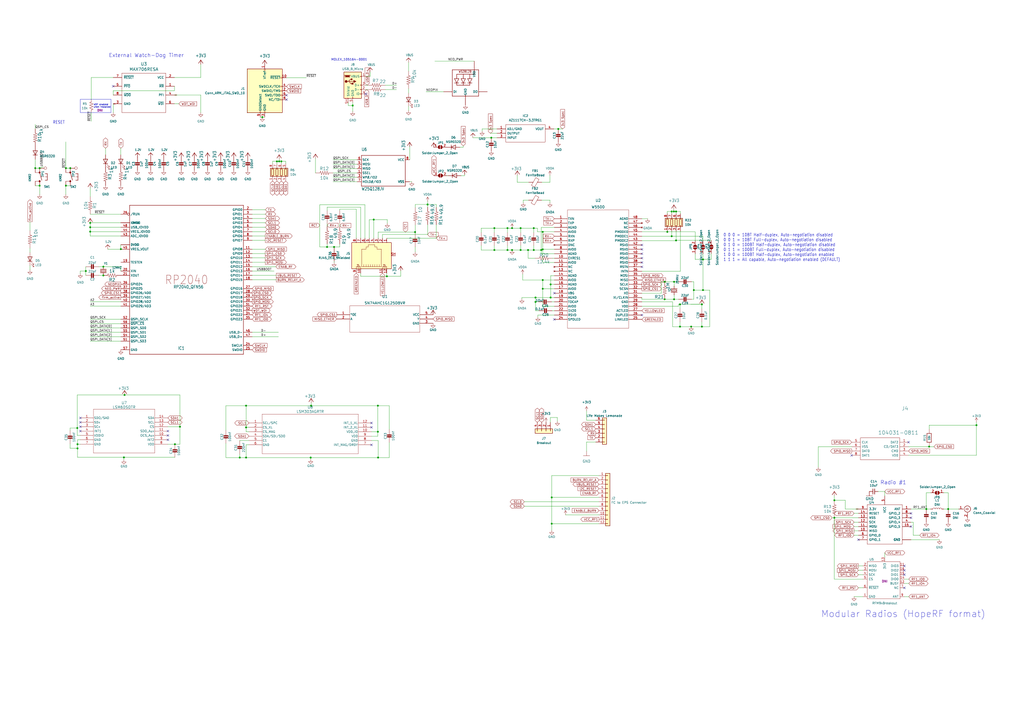
<source format=kicad_sch>
(kicad_sch (version 20230121) (generator eeschema)
  (paper "A2")
  (junction (at 407.797 168.275))
  (junction (at 390.906 122.682))
  (junction (at 189.738 143.256))
  (junction (at 44.958 257.683))
  (junction (at 20.447 97.536))
  (junction (at 389.636 137.033))
  (junction (at 180.467 235.331))
  (junction (at 180.213 265.43))
  (junction (at 391.033 163.449))
  (junction (at 286.766 132.334))
  (junction (at 22.987 107.696))
  (junction (at 550.037 295.275))
  (junction (at 142.748 235.331))
  (junction (at 314.833 162.433))
  (junction (at 219.202 250.444))
  (junction (at 302.006 132.334))
  (junction (at 309.626 145.034))
  (junction (at 320.04 303.784))
  (junction (at 483.997 290.195))
  (junction (at 566.42 246.634))
  (junction (at 309.626 132.334))
  (junction (at 40.767 97.536))
  (junction (at 59.944 159.766))
  (junction (at 44.958 260.096))
  (junction (at 297.053 132.334))
  (junction (at 160.655 93.599))
  (junction (at 314.833 167.513))
  (junction (at 70.104 144.526))
  (junction (at 139.065 265.43))
  (junction (at 320.04 288.544))
  (junction (at 38.227 107.696))
  (junction (at 323.85 74.803))
  (junction (at 52.324 134.366))
  (junction (at 319.405 164.973))
  (junction (at 385.572 173.609))
  (junction (at 219.329 265.43))
  (junction (at 392.176 139.446))
  (junction (at 314.833 134.493))
  (junction (at 142.748 247.904))
  (junction (at 286.766 145.034))
  (junction (at 193.802 143.256))
  (junction (at 394.462 189.484))
  (junction (at 394.462 176.53))
  (junction (at 248.031 118.618))
  (junction (at 310.642 175.133))
  (junction (at 314.833 144.653))
  (junction (at 216.789 127.381))
  (junction (at 284.988 79.883))
  (junction (at 52.324 129.286))
  (junction (at 38.227 97.536))
  (junction (at 391.033 173.609))
  (junction (at 161.925 93.599))
  (junction (at 240.792 134.62))
  (junction (at 313.944 145.034))
  (junction (at 142.748 265.43))
  (junction (at 483.997 300.355))
  (junction (at 44.831 248.285))
  (junction (at 59.944 154.686))
  (junction (at 72.263 229.108))
  (junction (at 538.988 259.08))
  (junction (at 389.636 122.682))
  (junction (at 204.597 61.214))
  (junction (at 319.405 172.593))
  (junction (at 101.473 257.683))
  (junction (at 49.784 157.226))
  (junction (at 152.1714 67.945))
  (junction (at 22.987 97.536))
  (junction (at 297.053 145.034))
  (junction (at 385.572 163.449))
  (junction (at 219.202 235.331))
  (junction (at 294.386 145.034))
  (junction (at 407.162 176.53))
  (junction (at 104.394 247.523))
  (junction (at 407.797 150.495))
  (junction (at 224.409 160.274))
  (junction (at 392.176 122.682))
  (junction (at 294.386 132.334))
  (junction (at 163.195 93.599))
  (junction (at 310.642 172.593))
  (junction (at 302.006 145.034))
  (junction (at 407.162 189.484))
  (junction (at 402.463 168.275))
  (junction (at 306.324 145.034))
  (junction (at 400.939 189.484))
  (junction (at 387.096 134.493))
  (junction (at 537.337 295.275))
  (junction (at 71.882 265.303))
  (junction (at 52.324 131.826))
  (no_connect (at 528.447 300.355))
  (no_connect (at 524.637 328.295))
  (no_connect (at 65.659 50.038))
  (no_connect (at 321.564 170.053))
  (no_connect (at 46.609 244.983))
  (no_connect (at 166.243 57.785))
  (no_connect (at 372.364 182.753))
  (no_connect (at 524.637 330.835))
  (no_connect (at 497.967 313.055))
  (no_connect (at 372.364 142.113))
  (no_connect (at 524.637 340.995))
  (no_connect (at 372.364 154.813))
  (no_connect (at 528.447 305.435))
  (no_connect (at 528.447 297.815))
  (no_connect (at 494.03 264.16))
  (no_connect (at 321.564 185.293))
  (no_connect (at 166.243 55.245))
  (no_connect (at 212.217 54.483))
  (no_connect (at 97.409 255.143))
  (no_connect (at 527.05 256.54))
  (no_connect (at 215.519 258.064))
  (no_connect (at 524.637 333.375))
  (no_connect (at 372.364 144.653))
  (no_connect (at 372.364 147.193))
  (no_connect (at 46.609 250.063))
  (no_connect (at 215.519 245.364))
  (no_connect (at 372.364 149.733))
  (no_connect (at 46.609 247.523))
  (no_connect (at 97.409 252.603))
  (no_connect (at 372.364 152.273))
  (no_connect (at 215.519 247.904))
  (no_connect (at 97.409 250.063))
  (no_connect (at 46.609 242.443))
  (wire (pts (xy 240.919 130.556) (xy 240.919 134.62)))
  (wire (pts (xy 223.52 49.403) (xy 229.997 49.403)))
  (wire (pts (xy 193.167 95.25) (xy 207.137 95.25)))
  (wire (pts (xy 383.667 163.449) (xy 383.667 170.053)))
  (wire (pts (xy 214.249 127.381) (xy 216.789 127.381)))
  (wire (pts (xy 139.065 263.398) (xy 139.065 265.43)))
  (wire (pts (xy 500.507 340.995) (xy 497.967 340.995)))
  (wire (pts (xy 225.806 249.047) (xy 225.806 235.331)))
  (wire (pts (xy 497.967 305.435) (xy 495.427 305.435)))
  (wire (pts (xy 306.705 105.791) (xy 300.101 105.791)))
  (wire (pts (xy 216.789 127.381) (xy 224.663 127.381)))
  (wire (pts (xy 391.033 163.449) (xy 393.573 163.449)))
  (wire (pts (xy 403.225 150.495) (xy 407.797 150.495)))
  (wire (pts (xy 139.065 255.524) (xy 144.399 255.524)))
  (wire (pts (xy 70.104 85.979) (xy 70.104 89.789)))
  (wire (pts (xy 202.057 61.214) (xy 204.597 61.214)))
  (wire (pts (xy 407.797 168.275) (xy 411.734 168.275)))
  (wire (pts (xy 495.427 310.515) (xy 497.967 310.515)))
  (wire (pts (xy 407.797 150.495) (xy 412.623 150.495)))
  (wire (pts (xy 219.329 138.176) (xy 219.329 134.62)))
  (wire (pts (xy 52.324 197.866) (xy 70.104 197.866)))
  (wire (pts (xy 314.833 134.493) (xy 314.833 144.653)))
  (wire (pts (xy 215.519 255.524) (xy 219.329 255.524)))
  (wire (pts (xy 314.833 177.673) (xy 314.833 167.513)))
  (wire (pts (xy 306.324 149.733) (xy 306.324 145.034)))
  (wire (pts (xy 321.564 131.953) (xy 313.944 131.953)))
  (wire (pts (xy 40.64 248.285) (xy 44.831 248.285)))
  (wire (pts (xy 547.497 285.877) (xy 550.037 285.877)))
  (wire (pts (xy 269.494 101.854) (xy 269.494 101.219)))
  (wire (pts (xy 215.519 250.444) (xy 219.202 250.444)))
  (wire (pts (xy 297.053 132.334) (xy 302.006 132.334)) (stroke (width 0.1524)))
  (wire (pts (xy 213.36 49.403) (xy 212.217 49.403)))
  (wire (pts (xy 131.064 257.175) (xy 131.064 265.43)))
  (wire (pts (xy 52.324 192.786) (xy 70.104 192.786)))
  (wire (pts (xy 393.573 176.53) (xy 394.462 176.53)))
  (wire (pts (xy 180.213 265.43) (xy 180.213 266.446)))
  (wire (pts (xy 340.233 256.413) (xy 340.233 261.747)))
  (wire (pts (xy 219.202 235.331) (xy 180.467 235.331)))
  (wire (pts (xy 62.484 144.526) (xy 70.104 144.526)))
  (wire (pts (xy 44.831 229.108) (xy 72.263 229.108)))
  (wire (pts (xy 146.304 149.606) (xy 153.924 149.606)))
  (wire (pts (xy 240.792 143.256) (xy 240.792 146.177)))
  (wire (pts (xy 97.409 257.683) (xy 101.473 257.683)))
  (wire (pts (xy 142.748 235.331) (xy 142.748 247.904)))
  (wire (pts (xy 310.642 180.213) (xy 310.642 175.133)))
  (wire (pts (xy 538.988 248.92) (xy 538.988 246.634)))
  (wire (pts (xy 146.304 131.826) (xy 153.924 131.826)))
  (wire (pts (xy 313.944 145.034) (xy 309.626 145.034)))
  (wire (pts (xy 240.919 120.396) (xy 240.919 118.618)))
  (wire (pts (xy 139.065 255.778) (xy 139.065 255.524)))
  (wire (pts (xy 326.39 74.803) (xy 323.85 74.803)))
  (wire (pts (xy 38.227 82.296) (xy 38.227 97.536)))
  (wire (pts (xy 303.149 162.433) (xy 303.149 159.004)))
  (wire (pts (xy 65.659 60.198) (xy 65.659 65.278)))
  (wire (pts (xy 539.877 285.877) (xy 537.337 285.877)))
  (wire (pts (xy 209.169 138.176) (xy 209.169 120.142)))
  (wire (pts (xy 257.302 53.213) (xy 247.142 53.213)))
  (wire (pts (xy 403.225 134.493) (xy 387.096 134.493)))
  (wire (pts (xy 302.006 142.494) (xy 302.006 145.034)) (stroke (width 0.1524)))
  (wire (pts (xy 313.944 131.953) (xy 313.944 145.034)))
  (wire (pts (xy 550.037 295.275) (xy 556.133 295.275)))
  (wire (pts (xy 204.597 61.214) (xy 204.597 59.563)))
  (wire (pts (xy 309.626 142.494) (xy 309.626 145.034)))
  (wire (pts (xy 320.04 288.544) (xy 347.472 288.544)))
  (wire (pts (xy 216.789 127.381) (xy 216.789 138.176)))
  (wire (pts (xy 304.165 293.624) (xy 347.472 293.624)))
  (wire (pts (xy 131.064 249.555) (xy 131.064 235.331)))
  (wire (pts (xy 306.578 116.078) (xy 303.53 116.078)))
  (wire (pts (xy 483.997 300.355) (xy 483.997 335.915)))
  (wire (pts (xy 490.347 295.275) (xy 490.347 290.195)))
  (wire (pts (xy 391.033 165.989) (xy 391.033 163.449)))
  (wire (pts (xy 70.104 141.986) (xy 70.104 144.526)))
  (wire (pts (xy 529.717 302.895) (xy 529.717 310.515)))
  (wire (pts (xy 163.195 93.599) (xy 161.925 93.599)))
  (wire (pts (xy 165.735 93.599) (xy 163.195 93.599)))
  (wire (pts (xy 314.833 167.513) (xy 314.833 162.433)))
  (wire (pts (xy 391.033 163.449) (xy 385.572 163.449)))
  (wire (pts (xy 390.906 121.412) (xy 390.906 122.682)))
  (wire (pts (xy 393.573 177.673) (xy 393.573 176.53)))
  (wire (pts (xy 204.597 61.214) (xy 204.597 64.643)))
  (wire (pts (xy 211.709 118.745) (xy 185.547 118.745)))
  (wire (pts (xy 240.792 134.62) (xy 240.792 135.636)))
  (wire (pts (xy 372.364 173.609) (xy 372.364 172.593)))
  (wire (pts (xy 146.304 147.066) (xy 153.924 147.066)))
  (wire (pts (xy 207.137 100.33) (xy 193.167 100.33)))
  (wire (pts (xy 219.202 250.444) (xy 219.202 235.331)))
  (wire (pts (xy 20.447 107.696) (xy 22.987 107.696)))
  (wire (pts (xy 312.674 180.213) (xy 310.642 180.213)))
  (wire (pts (xy 550.037 285.877) (xy 550.037 295.275)))
  (wire (pts (xy 279.146 142.494) (xy 279.146 145.034)) (stroke (width 0.1524)))
  (wire (pts (xy 497.967 295.275) (xy 490.347 295.275)))
  (wire (pts (xy 193.802 151.511) (xy 193.802 152.273)))
  (wire (pts (xy 391.033 171.069) (xy 391.033 173.609)))
  (wire (pts (xy 225.806 235.331) (xy 219.202 235.331)))
  (wire (pts (xy 392.176 123.952) (xy 392.176 122.682)))
  (wire (pts (xy 412.623 139.446) (xy 392.176 139.446)))
  (wire (pts (xy 394.716 123.952) (xy 394.716 122.682)))
  (wire (pts (xy 160.655 93.599) (xy 160.655 94.869)))
  (wire (pts (xy 407.797 147.193) (xy 407.797 150.495)))
  (wire (pts (xy 314.325 105.791) (xy 319.024 105.791)))
  (wire (pts (xy 237.617 85.09) (xy 237.617 92.71)))
  (wire (pts (xy 70.104 154.686) (xy 70.104 157.226)))
  (wire (pts (xy 513.207 320.675) (xy 513.207 323.215)))
  (wire (pts (xy 70.104 175.006) (xy 52.324 175.006)))
  (wire (pts (xy 146.304 129.286) (xy 153.924 129.286)))
  (wire (pts (xy 223.52 51.943) (xy 229.997 51.943)))
  (wire (pts (xy 232.41 156.972) (xy 232.41 160.274)))
  (wire (pts (xy 347.472 275.844) (xy 320.04 275.844)))
  (wire (pts (xy 302.006 145.034) (xy 306.324 145.034)) (stroke (width 0.1524)))
  (wire (pts (xy 538.988 246.634) (xy 566.42 246.634)))
  (wire (pts (xy 44.958 255.143) (xy 44.958 257.683)))
  (wire (pts (xy 340.233 243.713) (xy 345.567 243.713)))
  (wire (pts (xy 158.115 93.599) (xy 158.115 94.869)))
  (wire (pts (xy 394.462 176.53) (xy 407.162 176.53)) (stroke (width 0.1524)))
  (wire (pts (xy 131.064 265.43) (xy 139.065 265.43)))
  (wire (pts (xy 483.997 300.355) (xy 497.967 300.355)))
  (wire (pts (xy 266.827 85.344) (xy 268.732 85.344)))
  (wire (pts (xy 17.399 154.051) (xy 17.399 156.591)))
  (wire (pts (xy 313.944 147.193) (xy 313.944 145.034)))
  (wire (pts (xy 183.007 91.948) (xy 183.007 100.33)))
  (wire (pts (xy 253.111 118.618) (xy 253.111 120.269)))
  (wire (pts (xy 224.409 160.274) (xy 224.409 158.496)))
  (wire (pts (xy 193.167 105.41) (xy 207.137 105.41)))
  (polyline (pts (xy 46.609 57.658) (xy 64.389 57.658)))
  (wire (pts (xy 116.459 55.118) (xy 116.459 65.278)))
  (wire (pts (xy 497.967 302.895) (xy 495.427 302.895)))
  (wire (pts (xy 44.958 257.683) (xy 46.609 257.683)))
  (wire (pts (xy 153.924 124.206) (xy 146.304 124.206)))
  (wire (pts (xy 311.785 134.493) (xy 311.785 132.334)))
  (wire (pts (xy 392.176 134.112) (xy 392.176 139.446)))
  (wire (pts (xy 236.982 51.435) (xy 236.982 53.975)))
  (polyline (pts (xy 46.609 65.278) (xy 46.609 57.658)))
  (wire (pts (xy 52.324 136.906) (xy 52.324 134.366)))
  (wire (pts (xy 402.463 168.275) (xy 407.797 168.275)))
  (wire (pts (xy 302.006 132.334) (xy 309.626 132.334)) (stroke (width 0.1524)))
  (wire (pts (xy 389.636 137.033) (xy 372.364 137.033)))
  (wire (pts (xy 116.459 44.958) (xy 116.459 37.338)))
  (wire (pts (xy 221.869 136.017) (xy 248.031 136.017)))
  (wire (pts (xy 385.572 173.609) (xy 391.033 173.609)))
  (wire (pts (xy 323.342 242.189) (xy 323.342 244.348)))
  (wire (pts (xy 319.278 244.983) (xy 319.278 242.189)))
  (wire (pts (xy 407.797 139.573) (xy 407.797 137.033)))
  (wire (pts (xy 70.104 131.826) (xy 52.324 131.826)))
  (wire (pts (xy 312.039 182.753) (xy 321.564 182.753)))
  (wire (pts (xy 52.324 195.326) (xy 70.104 195.326)))
  (wire (pts (xy 297.053 145.034) (xy 302.006 145.034)) (stroke (width 0.1524)))
  (wire (pts (xy 219.329 255.524) (xy 219.329 265.43)))
  (wire (pts (xy 240.919 134.62) (xy 240.792 134.62)))
  (wire (pts (xy 403.225 147.193) (xy 403.225 150.495)))
  (wire (pts (xy 146.304 144.526) (xy 153.924 144.526)))
  (wire (pts (xy 314.833 144.653) (xy 314.833 152.273)))
  (wire (pts (xy 52.324 108.966) (xy 52.324 114.046)))
  (wire (pts (xy 236.982 61.595) (xy 236.982 64.135)))
  (wire (pts (xy 319.024 105.791) (xy 319.024 101.727)))
  (wire (pts (xy 103.759 60.198) (xy 101.219 60.198)))
  (wire (pts (xy 306.324 145.034) (xy 309.626 145.034)) (stroke (width 0.1524)))
  (wire (pts (xy 389.636 134.112) (xy 389.636 137.033)))
  (wire (pts (xy 166.243 45.085) (xy 177.673 45.085)))
  (wire (pts (xy 321.564 172.593) (xy 319.405 172.593)))
  (wire (pts (xy 394.716 157.353) (xy 372.364 157.353)))
  (wire (pts (xy 390.906 122.682) (xy 389.636 122.682)))
  (wire (pts (xy 321.564 134.493) (xy 314.833 134.493)))
  (wire (pts (xy 387.096 134.493) (xy 372.364 134.493)))
  (wire (pts (xy 319.278 242.189) (xy 323.342 242.189)))
  (wire (pts (xy 20.447 74.676) (xy 20.447 72.136)))
  (wire (pts (xy 22.987 97.536) (xy 20.447 97.536)))
  (wire (pts (xy 321.564 177.673) (xy 314.833 177.673)))
  (wire (pts (xy 537.337 285.877) (xy 537.337 295.275)))
  (wire (pts (xy 274.32 79.883) (xy 284.988 79.883)))
  (wire (pts (xy 59.944 154.686) (xy 57.404 154.686)))
  (wire (pts (xy 160.02 154.686) (xy 146.304 154.686)))
  (wire (pts (xy 394.462 176.53) (xy 394.462 179.07)) (stroke (width 0.1524)))
  (wire (pts (xy 17.399 143.891) (xy 17.399 146.431)))
  (wire (pts (xy 394.716 122.682) (xy 392.176 122.682)))
  (wire (pts (xy 310.642 175.133) (xy 310.642 172.593)))
  (wire (pts (xy 294.386 132.334) (xy 297.053 132.334)) (stroke (width 0.1524)))
  (wire (pts (xy 214.249 138.176) (xy 214.249 127.381)))
  (wire (pts (xy 372.364 126.873) (xy 375.666 126.873)))
  (wire (pts (xy 248.031 116.84) (xy 248.031 118.618)))
  (wire (pts (xy 304.165 291.084) (xy 347.472 291.084)))
  (wire (pts (xy 513.207 285.115) (xy 509.397 285.115)))
  (wire (pts (xy 44.958 257.683) (xy 44.958 260.096)))
  (wire (pts (xy 219.329 134.62) (xy 240.792 134.62)))
  (wire (pts (xy 97.409 247.523) (xy 104.394 247.523)))
  (wire (pts (xy 319.024 116.078) (xy 319.024 117.602)))
  (wire (pts (xy 389.636 122.682) (xy 387.096 122.682)))
  (wire (pts (xy 116.459 44.958) (xy 101.219 44.958)))
  (wire (pts (xy 314.198 116.078) (xy 319.024 116.078)))
  (wire (pts (xy 151.003 67.945) (xy 152.1714 67.945)))
  (wire (pts (xy 314.833 144.653) (xy 321.564 144.653)))
  (wire (pts (xy 286.766 134.874) (xy 286.766 132.334)) (stroke (width 0.1524)))
  (wire (pts (xy 40.64 260.096) (xy 44.958 260.096)))
  (wire (pts (xy 224.663 127.381) (xy 224.663 129.54)))
  (wire (pts (xy 146.304 134.366) (xy 153.924 134.366)))
  (wire (pts (xy 407.797 150.622) (xy 407.797 168.275)))
  (wire (pts (xy 104.394 257.683) (xy 104.394 247.523)))
  (wire (pts (xy 527.05 264.16) (xy 566.42 264.16)))
  (wire (pts (xy 65.659 44.958) (xy 52.959 44.958)))
  (wire (pts (xy 314.833 162.433) (xy 303.149 162.433)))
  (wire (pts (xy 131.064 235.331) (xy 142.748 235.331)))
  (wire (pts (xy 146.304 126.746) (xy 153.924 126.746)))
  (wire (pts (xy 286.766 132.334) (xy 294.386 132.334)) (stroke (width 0.1524)))
  (wire (pts (xy 248.031 130.302) (xy 248.031 136.017)))
  (wire (pts (xy 52.959 44.958) (xy 52.959 57.658)))
  (wire (pts (xy 345.567 256.413) (xy 340.233 256.413)))
  (wire (pts (xy 321.564 159.893) (xy 319.405 159.893)))
  (wire (pts (xy 279.146 132.334) (xy 286.766 132.334)) (stroke (width 0.1524)))
  (wire (pts (xy 52.324 134.366) (xy 52.324 131.826)))
  (wire (pts (xy 44.958 265.303) (xy 71.882 265.303)))
  (wire (pts (xy 52.324 177.546) (xy 70.104 177.546)))
  (wire (pts (xy 219.329 265.43) (xy 180.213 265.43)))
  (wire (pts (xy 411.734 168.275) (xy 411.734 189.484)))
  (wire (pts (xy 294.386 142.494) (xy 294.386 145.034)) (stroke (width 0.1524)))
  (wire (pts (xy 383.667 170.053) (xy 372.364 170.053)))
  (wire (pts (xy 402.463 173.609) (xy 402.463 168.275)))
  (wire (pts (xy 320.04 275.844) (xy 320.04 288.544)))
  (wire (pts (xy 302.006 134.874) (xy 302.006 132.334)) (stroke (width 0.1524)))
  (wire (pts (xy 390.144 189.484) (xy 394.462 189.484)))
  (wire (pts (xy 44.831 252.603) (xy 44.831 248.285)))
  (wire (pts (xy 310.642 172.593) (xy 302.768 172.593)))
  (wire (pts (xy 321.564 162.433) (xy 314.833 162.433)))
  (wire (pts (xy 189.738 143.256) (xy 193.802 143.256)))
  (wire (pts (xy 321.564 164.973) (xy 319.405 164.973)))
  (wire (pts (xy 284.48 77.343) (xy 288.29 77.343)))
  (wire (pts (xy 71.882 265.303) (xy 71.882 266.7)))
  (wire (pts (xy 394.716 134.112) (xy 394.716 157.353)))
  (wire (pts (xy 146.304 136.906) (xy 153.924 136.906)))
  (wire (pts (xy 146.304 159.766) (xy 160.274 159.766)))
  (wire (pts (xy 286.766 142.494) (xy 286.766 145.034)) (stroke (width 0.1524)))
  (wire (pts (xy 279.654 76.073) (xy 279.654 74.803)))
  (wire (pts (xy 319.405 164.973) (xy 319.405 172.593)))
  (wire (pts (xy 212.217 44.323) (xy 214.757 44.323)))
  (wire (pts (xy 528.447 313.055) (xy 544.957 313.055)))
  (wire (pts (xy 392.176 122.682) (xy 390.906 122.682)))
  (wire (pts (xy 40.767 107.696) (xy 38.227 107.696)))
  (wire (pts (xy 347.472 298.704) (xy 328.041 298.704)))
  (wire (pts (xy 320.294 180.213) (xy 321.564 180.213)))
  (wire (pts (xy 209.169 158.496) (xy 209.169 160.274)))
  (wire (pts (xy 319.405 159.893) (xy 319.405 164.973)))
  (wire (pts (xy 407.162 176.53) (xy 400.685 176.53)))
  (wire (pts (xy 248.031 118.618) (xy 248.031 120.142)))
  (wire (pts (xy 412.623 150.495) (xy 412.623 147.066)))
  (wire (pts (xy 207.137 102.87) (xy 193.167 102.87)))
  (wire (pts (xy 309.626 132.334) (xy 309.626 134.874)) (stroke (width 0.1524)))
  (wire (pts (xy 142.748 235.331) (xy 180.467 235.331)))
  (wire (pts (xy 527.177 346.075) (xy 524.637 346.075)))
  (wire (pts (xy 197.104 141.605) (xy 197.104 143.256)))
  (wire (pts (xy 495.427 346.075) (xy 500.507 346.075)))
  (wire (pts (xy 225.806 256.667) (xy 225.806 265.43)))
  (wire (pts (xy 248.031 118.618) (xy 253.111 118.618)))
  (wire (pts (xy 303.53 116.078) (xy 303.53 117.602)))
  (wire (pts (xy 394.462 186.69) (xy 394.462 189.484)))
  (wire (pts (xy 219.202 252.984) (xy 219.202 250.444)))
  (wire (pts (xy 104.394 247.523) (xy 104.394 229.108)))
  (wire (pts (xy 240.919 118.618) (xy 248.031 118.618)))
  (wire (pts (xy 185.547 143.256) (xy 189.738 143.256)))
  (wire (pts (xy 259.334 101.854) (xy 259.842 101.854)))
  (wire (pts (xy 320.548 149.733) (xy 321.564 149.733)))
  (wire (pts (xy 528.447 295.275) (xy 537.337 295.275)))
  (wire (pts (xy 253.111 130.429) (xy 253.111 138.176)))
  (wire (pts (xy 101.473 265.303) (xy 71.882 265.303)))
  (wire (pts (xy 494.03 259.08) (xy 474.726 259.08)))
  (wire (pts (xy 40.64 257.429) (xy 40.64 260.096)))
  (wire (pts (xy 497.967 307.975) (xy 495.427 307.975)))
  (wire (pts (xy 46.609 255.143) (xy 44.958 255.143)))
  (wire (pts (xy 207.137 92.71) (xy 193.167 92.71)))
  (wire (pts (xy 302.768 172.593) (xy 302.768 173.355)))
  (wire (pts (xy 52.324 131.826) (xy 52.324 129.286)))
  (wire (pts (xy 393.573 173.609) (xy 391.033 173.609)))
  (wire (pts (xy 46.609 252.603) (xy 44.831 252.603)))
  (wire (pts (xy 52.959 65.278) (xy 52.959 70.358)))
  (wire (pts (xy 372.364 177.673) (xy 393.573 177.673)))
  (wire (pts (xy 144.399 258.064) (xy 142.748 258.064)))
  (wire (pts (xy 146.304 162.306) (xy 160.274 162.306)))
  (wire (pts (xy 185.547 118.745) (xy 185.547 143.256)))
  (wire (pts (xy 321.564 167.513) (xy 314.833 167.513)))
  (wire (pts (xy 268.732 84.582) (xy 268.732 85.344)))
  (polyline (pts (xy 64.389 65.278) (xy 46.609 65.278)))
  (wire (pts (xy 320.04 303.784) (xy 320.04 307.594)))
  (wire (pts (xy 387.096 134.112) (xy 387.096 134.493)))
  (wire (pts (xy 407.162 179.07) (xy 407.162 176.53)) (stroke (width 0.1524)))
  (wire (pts (xy 407.797 137.033) (xy 389.636 137.033)))
  (polyline (pts (xy 64.389 57.658) (xy 64.389 65.278)))
  (wire (pts (xy 144.399 250.444) (xy 142.748 250.444)))
  (wire (pts (xy 221.869 138.176) (xy 221.869 136.017)))
  (wire (pts (xy 44.958 260.096) (xy 44.958 265.303)))
  (wire (pts (xy 38.227 97.536) (xy 40.767 97.536)))
  (wire (pts (xy 527.177 338.455) (xy 524.637 338.455)))
  (wire (pts (xy 206.629 121.285) (xy 197.104 121.285)))
  (wire (pts (xy 490.347 290.195) (xy 483.997 290.195)))
  (wire (pts (xy 70.104 187.706) (xy 52.324 187.706)))
  (wire (pts (xy 500.507 328.295) (xy 497.967 328.295)))
  (wire (pts (xy 70.104 129.286) (xy 52.324 129.286)))
  (wire (pts (xy 142.748 265.43) (xy 180.213 265.43)))
  (wire (pts (xy 206.629 138.176) (xy 206.629 121.285)))
  (wire (pts (xy 279.146 134.874) (xy 279.146 132.334)) (stroke (width 0.1524)))
  (wire (pts (xy 320.04 175.133) (xy 321.564 175.133)))
  (wire (pts (xy 70.104 136.906) (xy 52.324 136.906)))
  (wire (pts (xy 44.831 248.285) (xy 44.831 229.108)))
  (wire (pts (xy 142.748 258.064) (xy 142.748 265.43)))
  (wire (pts (xy 101.219 55.118) (xy 116.459 55.118)))
  (wire (pts (xy 40.64 249.809) (xy 40.64 248.285)))
  (wire (pts (xy 279.146 145.034) (xy 286.766 145.034)) (stroke (width 0.1524)))
  (wire (pts (xy 70.104 185.166) (xy 52.324 185.166)))
  (wire (pts (xy 146.304 121.666) (xy 153.924 121.666)))
  (wire (pts (xy 165.735 94.869) (xy 165.735 93.599)))
  (wire (pts (xy 104.394 229.108) (xy 72.263 229.108)))
  (wire (pts (xy 70.104 134.366) (xy 52.324 134.366)))
  (wire (pts (xy 392.176 139.446) (xy 392.176 139.573)))
  (wire (pts (xy 284.988 79.883) (xy 288.29 79.883)))
  (wire (pts (xy 202.057 61.214) (xy 202.057 59.563)))
  (wire (pts (xy 101.219 52.578) (xy 101.219 50.038)))
  (wire (pts (xy 547.497 295.275) (xy 550.037 295.275)))
  (wire (pts (xy 411.734 189.484) (xy 407.162 189.484)))
  (wire (pts (xy 161.925 92.329) (xy 161.925 93.599)))
  (wire (pts (xy 527.177 335.915) (xy 524.637 335.915)))
  (wire (pts (xy 65.659 52.578) (xy 101.219 52.578)))
  (wire (pts (xy 214.757 44.323) (xy 214.757 41.783)))
  (wire (pts (xy 20.447 92.456) (xy 20.447 97.536)))
  (wire (pts (xy 215.519 252.984) (xy 219.202 252.984)))
  (wire (pts (xy 209.169 120.142) (xy 189.738 120.142)))
  (wire (pts (xy 286.766 145.034) (xy 294.386 145.034)) (stroke (width 0.1524)))
  (wire (pts (xy 101.473 257.683) (xy 104.394 257.683)))
  (wire (pts (xy 529.717 310.515) (xy 533.527 310.515)))
  (wire (pts (xy 372.364 175.133) (xy 390.144 175.133)))
  (wire (pts (xy 57.404 159.766) (xy 59.944 159.766)))
  (wire (pts (xy 207.137 97.79) (xy 193.167 97.79)))
  (wire (pts (xy 340.233 238.379) (xy 340.233 243.713)))
  (wire (pts (xy 394.462 189.484) (xy 400.939 189.484)))
  (wire (pts (xy 483.997 335.915) (xy 500.507 335.915)))
  (wire (pts (xy 22.987 107.696) (xy 22.987 112.776)))
  (wire (pts (xy 497.967 297.815) (xy 495.427 297.815)))
  (wire (pts (xy 312.42 175.133) (xy 310.642 175.133)))
  (wire (pts (xy 70.104 124.206) (xy 52.324 124.206)))
  (wire (pts (xy 189.738 141.478) (xy 189.738 143.256)))
  (wire (pts (xy 142.748 250.444) (xy 142.748 247.904)))
  (wire (pts (xy 320.04 288.544) (xy 320.04 303.784)))
  (wire (pts (xy 407.162 186.69) (xy 407.162 189.484)))
  (wire (pts (xy 211.709 138.176) (xy 211.709 118.745)))
  (wire (pts (xy 160.655 93.599) (xy 158.115 93.599)))
  (wire (pts (xy 294.386 145.034) (xy 297.053 145.034)) (stroke (width 0.1524)))
  (wire (pts (xy 402.463 168.275) (xy 402.463 163.449)))
  (wire (pts (xy 482.727 300.355) (xy 483.997 300.355)))
  (wire (pts (xy 49.784 157.226) (xy 49.784 159.766)))
  (wire (pts (xy 180.467 233.68) (xy 180.467 235.331)))
  (wire (pts (xy 500.507 330.835) (xy 497.967 330.835)))
  (wire (pts (xy 400.939 189.484) (xy 407.162 189.484)))
  (wire (pts (xy 513.207 285.115) (xy 513.207 287.655)))
  (wire (pts (xy 225.806 265.43) (xy 219.329 265.43)))
  (wire (pts (xy 52.324 190.246) (xy 70.104 190.246)))
  (wire (pts (xy 146.304 192.786) (xy 161.544 192.786)))
  (wire (pts (xy 383.667 163.449) (xy 385.572 163.449)))
  (wire (pts (xy 566.42 246.634) (xy 566.42 264.16)))
  (wire (pts (xy 46.609 157.226) (xy 49.784 157.226)))
  (wire (pts (xy 189.738 129.794) (xy 189.738 131.318)))
  (wire (pts (xy 237.617 105.41) (xy 238.887 105.41)))
  (wire (pts (xy 139.065 265.43) (xy 142.748 265.43)))
  (wire (pts (xy 152.1714 67.945) (xy 153.543 67.945)))
  (wire (pts (xy 387.096 122.682) (xy 387.096 123.952)))
  (wire (pts (xy 253.111 138.176) (xy 224.409 138.176)))
  (wire (pts (xy 538.988 259.08) (xy 541.782 259.08)))
  (wire (pts (xy 320.04 303.784) (xy 347.472 303.784)))
  (wire (pts (xy 146.304 152.146) (xy 153.924 152.146)))
  (wire (pts (xy 65.659 55.118) (xy 65.659 52.578)))
  (wire (pts (xy 527.05 259.08) (xy 538.988 259.08)))
  (wire (pts (xy 314.833 134.493) (xy 311.785 134.493)))
  (wire (pts (xy 146.304 157.226) (xy 159.004 157.226)))
  (wire (pts (xy 321.564 152.273) (xy 314.833 152.273)))
  (wire (pts (xy 403.225 139.573) (xy 403.225 134.493)))
  (wire (pts (xy 389.636 122.682) (xy 389.636 123.952)))
  (wire (pts (xy 197.104 129.794) (xy 197.104 131.445)))
  (wire (pts (xy 213.36 51.943) (xy 212.217 51.943)))
  (wire (pts (xy 310.388 149.733) (xy 306.324 149.733)))
  (wire (pts (xy 392.176 139.573) (xy 372.364 139.573)))
  (wire (pts (xy 49.784 154.686) (xy 49.784 157.226)))
  (wire (pts (xy 46.609 158.75) (xy 46.609 157.226)))
  (wire (pts (xy 401.193 163.449) (xy 402.463 163.449)))
  (wire (pts (xy 321.564 147.193) (xy 313.944 147.193)))
  (wire (pts (xy 390.144 175.133) (xy 390.144 189.484)))
  (wire (pts (xy 279.654 74.803) (xy 288.29 74.803)))
  (wire (pts (xy 144.399 247.904) (xy 142.748 247.904)))
  (wire (pts (xy 500.507 333.375) (xy 497.967 333.375)))
  (wire (pts (xy 209.169 160.274) (xy 224.409 160.274)))
  (wire (pts (xy 25.146 96.647) (xy 22.987 97.536)))
  (wire (pts (xy 319.405 172.593) (xy 310.642 172.593)))
  (wire (pts (xy 566.42 244.856) (xy 566.42 246.634)))
  (wire (pts (xy 17.399 133.731) (xy 17.399 128.651)))
  (wire (pts (xy 323.85 74.803) (xy 321.31 74.803)))
  (wire (pts (xy 236.982 41.275) (xy 236.982 36.195)))
  (wire (pts (xy 474.726 259.08) (xy 474.726 271.018)))
  (wire (pts (xy 197.104 121.285) (xy 197.104 122.174)))
  (wire (pts (xy 193.802 143.256) (xy 197.104 143.256)))
  (wire (pts (xy 401.193 173.609) (xy 402.463 173.609)))
  (wire (pts (xy 311.785 132.334) (xy 309.626 132.334)))
  (wire (pts (xy 146.304 139.446) (xy 153.924 139.446)))
  (wire (pts (xy 189.738 120.142) (xy 189.738 122.174)))
  (wire (pts (xy 38.227 112.776) (xy 38.227 107.696)))
  (wire (pts (xy 163.195 94.869) (xy 163.195 93.599)))
  (wire (pts (xy 312.039 183.896) (xy 312.039 182.753)))
  (wire (pts (xy 483.997 290.195) (xy 483.997 287.655)))
  (wire (pts (xy 146.304 195.326) (xy 161.544 195.326)))
  (wire (pts (xy 232.41 160.274) (xy 224.409 160.274)))
  (wire (pts (xy 528.447 302.895) (xy 529.717 302.895)))
  (wire (pts (xy 267.462 101.854) (xy 269.494 101.854)))
  (wire (pts (xy 193.802 143.256) (xy 193.802 143.891)))
  (wire (pts (xy 59.944 154.686) (xy 70.104 154.686)))
  (wire (pts (xy 275.082 35.433) (xy 252.222 35.433)))
  (wire (pts (xy 294.386 134.874) (xy 294.386 132.334)) (stroke (width 0.1524)))
  (wire (pts (xy 61.214 85.979) (xy 61.214 89.789)))
  (wire (pts (xy 161.925 93.599) (xy 160.655 93.599)))
  (wire (pts (xy 372.364 173.609) (xy 385.572 173.609)))
  (wire (pts (xy 537.337 295.275) (xy 539.877 295.275)))
  (wire (pts (xy 300.101 105.791) (xy 300.101 101.727)))
  (text "Radio #1" (at 510.667 281.305 0) (effects (font (size 2.159 2.159)) (justify left bottom)))
  (text "0 0 0 = 10BT Half-duplex, Auto-negotiation disabled\n0 0 1 = 10BT Full-duplex, Auto-negotiation disabled\n0 1 0 = 100BT Half-duplex, Auto-negotiation disabled\n0 1 1 = 100BT Full-duplex, Auto-negotiation disabled\n1 0 0 = 100BT Half-duplex, Auto-negotiation enabled\n1 1 1 = All capable, Auto-negotiation enabled (DEFAULT)" (at 419.608 151.765 0) (effects (font (size 1.778 1.5113)) (justify left bottom)))
  (text "Modular Radios (HopeRF format)" (at 476.25 358.521 0) (effects (font (size 3.81 3.81)) (justify left bottom)))
  (text "MOLEX_105164-0001" (at 192.024 35.433 0) (effects (font (size 1.27 1.27)) (justify left bottom)))
  (text "RESET" (at 30.607 72.136 0) (effects (font (size 1.778 1.5113)) (justify left bottom)))
  (text "WDT enabled\nwhen installed" (at 54.229 62.738 0) (effects (font (size 0.889 0.889)) (justify left bottom)))
  (text "External Watch-Dog Timer" (at 63.119 33.528 0) (effects (font (size 2.159 2.159)) (justify left bottom)))
  (label "QSPI_DATA[3]" (at 193.167 105.41 0) (effects (font (size 1.2446 1.2446))))
  (label "D+" (at 227.457 49.403 0) (effects (font (size 1.2446 1.2446))))
  (label "QSPI_DATA[3]" (at 52.324 197.866 0) (effects (font (size 1.2446 1.2446))))
  (label "QSPI_CS" (at 20.447 74.676 0) (effects (font (size 1.2446 1.2446))))
  (label "A2" (at 52.324 175.006 0) (effects (font (size 1.2446 1.2446))))
  (label "D-" (at 227.457 51.943 0) (effects (font (size 1.2446 1.2446))))
  (label "A3" (at 52.324 177.546 0) (effects (font (size 1.2446 1.2446))))
  (label "QSPI_DATA[2]" (at 52.324 195.326 0) (effects (font (size 1.2446 1.2446))))
  (label "QSPI_CS" (at 195.707 100.33 0) (effects (font (size 1.2446 1.2446))))
  (label "QSPI_DATA[0]" (at 52.324 190.246 0) (effects (font (size 1.2446 1.2446))))
  (label "QSPI_DATA[2]" (at 193.167 102.87 0) (effects (font (size 1.2446 1.2446))))
  (label "QSPI_DATA[1]" (at 52.324 192.786 0) (effects (font (size 1.2446 1.2446))))
  (label "NEOPIX" (at 247.142 53.213 0) (effects (font (size 1.2446 1.2446))))
  (label "QSPI_DATA[0]" (at 193.167 95.25 0) (effects (font (size 1.2446 1.2446))))
  (label "D-" (at 151.384 192.786 0) (effects (font (size 1.2446 1.2446))))
  (label "~{RESET}" (at 38.227 97.536 90) (effects (font (size 1.2446 1.2446))))
  (label "~{RESET}" (at 177.673 45.085 0) (effects (font (size 1.2446 1.2446))))
  (label "RF1_ANT" (at 529.717 295.275 0))
  (label "USBBOOT" (at 148.844 157.226 0) (effects (font (size 1.2446 1.2446))))
  (label "QSPI_SCK" (at 52.324 185.166 0) (effects (font (size 1.2446 1.2446))))
  (label "QSPI_DATA[1]" (at 193.167 97.79 0) (effects (font (size 1.2446 1.2446))))
  (label "QSPI_CS" (at 52.324 187.706 0) (effects (font (size 1.2446 1.2446))))
  (label "~{RESET}" (at 52.959 70.358 90) (effects (font (size 1.2446 1.2446))))
  (label "D+" (at 151.384 195.326 0) (effects (font (size 1.2446 1.2446))))
  (label "QSPI_SCK" (at 193.167 92.71 0) (effects (font (size 1.2446 1.2446))))
  (label "NEO_PWR" (at 259.842 35.433 0) (effects (font (size 1.2446 1.2446))))
  (label "USBBOOT" (at 25.146 96.647 90) (effects (font (size 1.2446 1.2446))))
  (label "~{RESET}" (at 54.864 124.206 0) (effects (font (size 1.2446 1.2446))))
  (global_label "SPI0_MISO" (shape output) (at 494.03 261.62 180) (property "Intersheetrefs" "${INTERSHEET_REFS}" (effects hide)))
  (global_label "3v3 Spec" (shape input) (at 268.732 84.582 90) (property "Intersheetrefs" "${INTERSHEET_REFS}" (effects hide)))
  (global_label "3v3 Spec" (shape input) (at 284.48 77.343 90) (property "Intersheetrefs" "${INTERSHEET_REFS}" (effects hide)))
  (global_label "TX" (shape input) (at 345.567 253.873 180) (property "Intersheetrefs" "${INTERSHEET_REFS}" (effects hide)))
  (global_label "SCL1" (shape bidirectional) (at 144.399 245.364 180) (property "Intersheetrefs" "${INTERSHEET_REFS}" (effects hide)))
  (global_label "SPI0_SCK" (shape output) (at 146.304 172.466 0) (property "Intersheetrefs" "${INTERSHEET_REFS}" (effects hide)))
  (global_label "SPI1_CS0" (shape bidirectional) (at 482.727 300.355 180) (property "Intersheetrefs" "${INTERSHEET_REFS}" (effects hide)))
  (global_label "RCT" (shape input) (at 185.547 130.683 180) (property "Intersheetrefs" "${INTERSHEET_REFS}" (effects hide)))
  (global_label "SPI1_MISO" (shape input) (at 153.924 144.526 0) (property "Intersheetrefs" "${INTERSHEET_REFS}" (effects hide)))
  (global_label "SDA1" (shape bidirectional) (at 153.924 126.746 0) (property "Intersheetrefs" "${INTERSHEET_REFS}" (effects hide)))
  (global_label "SCL1" (shape bidirectional) (at 345.567 248.793 180) (property "Intersheetrefs" "${INTERSHEET_REFS}" (effects hide)))
  (global_label "RX+" (shape input) (at 189.738 130.683 0) (property "Intersheetrefs" "${INTERSHEET_REFS}" (effects hide)))
  (global_label "BURN_RELAY_A" (shape output) (at 160.274 162.306 0) (property "Intersheetrefs" "${INTERSHEET_REFS}" (effects hide)))
  (global_label "RF1_IO0" (shape bidirectional) (at 527.177 335.915 0) (property "Intersheetrefs" "${INTERSHEET_REFS}" (effects hide)))
  (global_label "SWDIO" (shape input) (at 166.243 52.705 0) (property "Intersheetrefs" "${INTERSHEET_REFS}" (effects hide)))
  (global_label "SPI1_MOSI" (shape input) (at 495.427 305.435 180) (property "Intersheetrefs" "${INTERSHEET_REFS}" (effects hide)))
  (global_label "SPI0_CS0" (shape input) (at 541.782 259.08 0) (property "Intersheetrefs" "${INTERSHEET_REFS}" (effects hide)))
  (global_label "ENAB_RF" (shape input) (at 347.472 286.004 180) (property "Intersheetrefs" "${INTERSHEET_REFS}" (effects hide)))
  (global_label "I2C_RESET" (shape output) (at 153.924 139.446 0) (property "Intersheetrefs" "${INTERSHEET_REFS}" (effects hide)))
  (global_label "firm_active" (shape output) (at 70.104 172.466 180) (property "Intersheetrefs" "${INTERSHEET_REFS}" (effects hide)))
  (global_label "SCL0" (shape bidirectional) (at 153.924 134.366 0) (property "Intersheetrefs" "${INTERSHEET_REFS}" (effects hide)))
  (global_label "USB_D-" (shape input) (at 212.725 51.943 270) (property "Intersheetrefs" "${INTERSHEET_REFS}" (effects hide)))
  (global_label "SCL1" (shape bidirectional) (at 153.924 129.286 0) (property "Intersheetrefs" "${INTERSHEET_REFS}" (effects hide)))
  (global_label "TX-" (shape input) (at 321.564 126.873 180) (property "Intersheetrefs" "${INTERSHEET_REFS}" (effects hide)))
  (global_label "RF1_IO4" (shape bidirectional) (at 533.527 310.515 0) (property "Intersheetrefs" "${INTERSHEET_REFS}" (effects hide)))
  (global_label "MISO_ETHER" (shape input) (at 195.326 185.039 180) (property "Intersheetrefs" "${INTERSHEET_REFS}" (effects hide)))
  (global_label "SPI0_MISO" (shape input) (at 251.206 185.039 0) (property "Intersheetrefs" "${INTERSHEET_REFS}" (effects hide)))
  (global_label "SPI0_MOSI" (shape output) (at 146.304 175.006 0) (property "Intersheetrefs" "${INTERSHEET_REFS}" (effects hide)))
  (global_label "RX-" (shape input) (at 197.104 130.81 0) (property "Intersheetrefs" "${INTERSHEET_REFS}" (effects hide)))
  (global_label "RF1_RST" (shape bidirectional) (at 497.967 340.995 180) (property "Intersheetrefs" "${INTERSHEET_REFS}" (effects hide)))
  (global_label "GND" (shape bidirectional) (at 101.219 55.118 0) (effects (font (size 0.254 0.254))) (property "Intersheetrefs" "${INTERSHEET_REFS}" (effects hide)))
  (global_label "TX" (shape bidirectional) (at 70.104 85.979 90) (property "Intersheetrefs" "${INTERSHEET_REFS}" (effects hide)))
  (global_label "VBUS_RESET" (shape output) (at 160.274 159.766 0) (property "Intersheetrefs" "${INTERSHEET_REFS}" (effects hide)))
  (global_label "RF1_RST" (shape bidirectional) (at 146.304 177.546 0) (property "Intersheetrefs" "${INTERSHEET_REFS}" (effects hide)))
  (global_label "GREENLED" (shape input) (at 206.629 158.496 270) (property "Intersheetrefs" "${INTERSHEET_REFS}" (effects hide)))
  (global_label "MISO_ETHER" (shape input) (at 372.364 162.433 0) (property "Intersheetrefs" "${INTERSHEET_REFS}" (effects hide)))
  (global_label "VCC_RF1" (shape bidirectional) (at 513.207 320.675 0) (property "Intersheetrefs" "${INTERSHEET_REFS}" (effects hide)))
  (global_label "3v3 Spec" (shape input) (at 326.39 74.803 90) (property "Intersheetrefs" "${INTERSHEET_REFS}" (effects hide)))
  (global_label "SPI1_MISO" (shape output) (at 495.427 307.975 180) (property "Intersheetrefs" "${INTERSHEET_REFS}" (effects hide)))
  (global_label "RX-" (shape input) (at 321.564 137.033 180) (property "Intersheetrefs" "${INTERSHEET_REFS}" (effects hide)))
  (global_label "SPI1_MOSI" (shape output) (at 153.924 152.146 0) (property "Intersheetrefs" "${INTERSHEET_REFS}" (effects hide)))
  (global_label "RF1_IO0" (shape bidirectional) (at 495.427 310.515 180) (property "Intersheetrefs" "${INTERSHEET_REFS}" (effects hide)))
  (global_label "VCC_RF1" (shape output) (at 347.472 301.244 180) (property "Intersheetrefs" "${INTERSHEET_REFS}" (effects hide)))
  (global_label "USB_D+" (shape input) (at 212.979 49.403 90) (property "Intersheetrefs" "${INTERSHEET_REFS}" (effects hide)))
  (global_label "SPI0_CS0" (shape output) (at 146.304 169.926 0) (property "Intersheetrefs" "${INTERSHEET_REFS}" (effects hide)))
  (global_label "SCL1" (shape bidirectional) (at 163.195 105.029 270) (property "Intersheetrefs" "${INTERSHEET_REFS}" (effects hide)))
  (global_label "SPI0_CS1" (shape output) (at 195.326 182.499 180) (property "Intersheetrefs" "${INTERSHEET_REFS}" (effects hide)))
  (global_label "NEO_PWR" (shape output) (at 70.104 167.386 180) (property "Intersheetrefs" "${INTERSHEET_REFS}" (effects hide)))
  (global_label "SWCLK" (shape input) (at 166.243 50.165 0) (property "Intersheetrefs" "${INTERSHEET_REFS}" (effects hide)))
  (global_label "SDA0" (shape bidirectional) (at 160.655 105.029 270) (property "Intersheetrefs" "${INTERSHEET_REFS}" (effects hide)))
  (global_label "I2C_RESET" (shape input) (at 347.472 283.464 180) (property "Intersheetrefs" "${INTERSHEET_REFS}" (effects hide)))
  (global_label "SDA1" (shape bidirectional) (at 97.409 242.443 0) (property "Intersheetrefs" "${INTERSHEET_REFS}" (effects hide)))
  (global_label "GREENLED" (shape input) (at 372.364 185.293 0) (property "Intersheetrefs" "${INTERSHEET_REFS}" (effects hide)))
  (global_label "SDA1" (shape bidirectional) (at 314.198 244.983 90) (property "Intersheetrefs" "${INTERSHEET_REFS}" (effects hide)))
  (global_label "SPI0_SCK" (shape input) (at 494.03 256.54 180) (property "Intersheetrefs" "${INTERSHEET_REFS}" (effects hide)))
  (global_label "WDT_WDI" (shape output) (at 146.304 180.086 0) (property "Intersheetrefs" "${INTERSHEET_REFS}" (effects hide)))
  (global_label "SCL1" (shape bidirectional) (at 311.658 244.983 90) (property "Intersheetrefs" "${INTERSHEET_REFS}" (effects hide)))
  (global_label "RX" (shape bidirectional) (at 153.924 124.206 0) (property "Intersheetrefs" "${INTERSHEET_REFS}" (effects hide)))
  (global_label "VBUS_RESET" (shape bidirectional) (at 347.472 280.924 180) (property "Intersheetrefs" "${INTERSHEET_REFS}" (effects hide)))
  (global_label "SCL1" (shape bidirectional) (at 97.409 244.983 0) (property "Intersheetrefs" "${INTERSHEET_REFS}" (effects hide)))
  (global_label "ENAB_RF" (shape bidirectional) (at 160.02 154.686 0) (property "Intersheetrefs" "${INTERSHEET_REFS}" (effects hide)))
  (global_label "SPI1_CS0" (shape output) (at 153.924 147.066 0) (property "Intersheetrefs" "${INTERSHEET_REFS}" (effects hide)))
  (global_label "SCL0" (shape bidirectional) (at 158.115 105.029 270) (property "Intersheetrefs" "${INTERSHEET_REFS}" (effects hide)))
  (global_label "SPI0_MOSI" (shape output) (at 372.364 159.893 0) (property "Intersheetrefs" "${INTERSHEET_REFS}" (effects hide)))
  (global_label "NEOPIX" (shape output) (at 70.104 164.846 180) (property "Intersheetrefs" "${INTERSHEET_REFS}" (effects hide)))
  (global_label "firm_active" (shape output) (at 17.399 128.651 90) (property "Intersheetrefs" "${INTERSHEET_REFS}" (effects hide)))
  (global_label "YELLOWLED" (shape input) (at 221.869 158.496 270) (property "Intersheetrefs" "${INTERSHEET_REFS}" (effects hide)))
  (global_label "SDA0" (shape bidirectional) (at 304.165 293.624 180) (property "Intersheetrefs" "${INTERSHEET_REFS}" (effects hide)))
  (global_label "TX+" (shape input) (at 253.111 138.176 0) (property "Intersheetrefs" "${INTERSHEET_REFS}" (effects hide)))
  (global_label "SDA1" (shape bidirectional) (at 345.567 246.253 180) (property "Intersheetrefs" "${INTERSHEET_REFS}" (effects hide)))
  (global_label "BURN_RELAY_A" (shape input) (at 347.472 278.384 180) (property "Intersheetrefs" "${INTERSHEET_REFS}" (effects hide)))
  (global_label "TX" (shape bidirectional) (at 153.924 121.666 0) (property "Intersheetrefs" "${INTERSHEET_REFS}" (effects hide)))
  (global_label "RF1_RST" (shape bidirectional) (at 495.427 297.815 180) (property "Intersheetrefs" "${INTERSHEET_REFS}" (effects hide)))
  (global_label "SPI1_MISO" (shape output) (at 497.967 328.295 180) (property "Intersheetrefs" "${INTERSHEET_REFS}" (effects hide)))
  (global_label "SDA1" (shape bidirectional) (at 144.399 252.984 180) (property "Intersheetrefs" "${INTERSHEET_REFS}" (effects hide)))
  (global_label "SPI1_SCK" (shape output) (at 153.924 149.606 0) (property "Intersheetrefs" "${INTERSHEET_REFS}" (effects hide)))
  (global_label "RF1_IO4" (shape bidirectional) (at 527.177 338.455 0) (property "Intersheetrefs" "${INTERSHEET_REFS}" (effects hide)))
  (global_label "TX+" (shape input) (at 321.564 129.413 180) (property "Intersheetrefs" "${INTERSHEET_REFS}" (effects hide)))
  (global_label "RX" (shape bidirectional) (at 61.214 85.979 90) (property "Intersheetrefs" "${INTERSHEET_REFS}" (effects hide)))
  (global_label "SPI0_SCK" (shape output) (at 372.364 164.973 0) (property "Intersheetrefs" "${INTERSHEET_REFS}" (effects hide)))
  (global_label "WDT_WDI" (shape input) (at 103.759 60.198 0) (property "Intersheetrefs" "${INTERSHEET_REFS}" (effects hide)))
  (global_label "SPI0_MISO" (shape input) (at 146.304 167.386 0) (property "Intersheetrefs" "${INTERSHEET_REFS}" (effects hide)))
  (global_label "SPI1_SCK" (shape input) (at 497.967 333.375 180) (property "Intersheetrefs" "${INTERSHEET_REFS}" (effects hide)))
  (global_label "SPI1_SCK" (shape input) (at 495.427 302.895 180) (property "Intersheetrefs" "${INTERSHEET_REFS}" (effects hide)))
  (global_label "TCT" (shape input) (at 235.204 134.62 90) (property "Intersheetrefs" "${INTERSHEET_REFS}" (effects hide)))
  (global_label "SWDIO" (shape input) (at 146.304 202.946 0) (property "Intersheetrefs" "${INTERSHEET_REFS}" (effects hide)))
  (global_label "VCC_RF1" (shape bidirectional) (at 513.207 285.115 0) (property "Intersheetrefs" "${INTERSHEET_REFS}" (effects hide)))
  (global_label "RX" (shape output) (at 345.567 251.333 180) (property "Intersheetrefs" "${INTERSHEET_REFS}" (effects hide)))
  (global_label "SPI0_CS1" (shape output) (at 70.104 169.926 180) (property "Intersheetrefs" "${INTERSHEET_REFS}" (effects hide)))
  (global_label "ENABLE_BURN" (shape input) (at 347.472 296.164 180) (property "Intersheetrefs" "${INTERSHEET_REFS}" (effects hide)))
  (global_label "ENABLE_BURN" (shape output) (at 153.924 136.906 0) (property "Intersheetrefs" "${INTERSHEET_REFS}" (effects hide)))
  (global_label "GND" (shape bidirectional) (at 65.659 60.198 0) (effects (font (size 0.254 0.254))) (property "Intersheetrefs" "${INTERSHEET_REFS}" (effects hide)))
  (global_label "SWCLK" (shape input) (at 146.304 200.406 0) (property "Intersheetrefs" "${INTERSHEET_REFS}" (effects hide)))
  (global_label "SDA0" (shape bidirectional) (at 153.924 131.826 0) (property "Intersheetrefs" "${INTERSHEET_REFS}" (effects hide)))
  (global_label "3.3V" (shape bidirectional) (at 497.967 295.275 180) (effects (font (size 0.254 0.254))) (property "Intersheetrefs" "${INTERSHEET_REFS}" (effects hide)))
  (global_label "SDA1" (shape bidirectional) (at 165.735 105.029 270) (property "Intersheetrefs" "${INTERSHEET_REFS}" (effects hide)))
  (global_label "RF1_IO4" (shape bidirectional) (at 146.304 182.626 0) (property "Intersheetrefs" "${INTERSHEET_REFS}" (effects hide)))
  (global_label "SPI0_CS1" (shape output) (at 372.364 167.513 0) (property "Intersheetrefs" "${INTERSHEET_REFS}" (effects hide)))
  (global_label "RX+" (shape input) (at 321.564 139.573 180) (property "Intersheetrefs" "${INTERSHEET_REFS}" (effects hide)))
  (global_label "SPI1_MOSI" (shape input) (at 497.967 330.835 180) (property "Intersheetrefs" "${INTERSHEET_REFS}" (effects hide)))
  (global_label "RF1_IO0" (shape bidirectional) (at 146.304 185.166 0) (property "Intersheetrefs" "${INTERSHEET_REFS}" (effects hide)))
  (global_label "RF1_ANT" (shape bidirectional) (at 527.177 346.075 0) (property "Intersheetrefs" "${INTERSHEET_REFS}" (effects hide)))
  (global_label "SCL0" (shape bidirectional) (at 304.165 291.084 180) (property "Intersheetrefs" "${INTERSHEET_REFS}" (effects hide)))
  (global_label "TX-" (shape input) (at 248.031 136.017 0) (property "Intersheetrefs" "${INTERSHEET_REFS}" (effects hide)))
  (global_label "SPI0_MOSI" (shape input) (at 527.05 261.62 0) (property "Intersheetrefs" "${INTERSHEET_REFS}" (effects hide)))
  (global_label "VCC_RF1" (shape bidirectional) (at 251.714 101.854 90) (property "Intersheetrefs" "${INTERSHEET_REFS}" (effects hide)))
  (global_label "YELLOWLED" (shape input) (at 372.364 180.213 0) (property "Intersheetrefs" "${INTERSHEET_REFS}" (effects hide)))
  (symbol (lib_id "power:VDDA") (at 297.053 132.334 0) (unit 1)
    (property "Reference" "#PWR036" (effects hide))
    (property "Value" "VDDA" (at 297.053 128.27 0))
  )
  (symbol (lib_id "mainboard:RESISTOR0603") (at 61.214 102.489 270) (unit 1)
    (property "Reference" "R3" (at 62.738 102.489 0) (effects (font (size 1.778 1.778)) (justify bottom)))
    (property "Value" "1k" (at 65.6336 98.8314 0) (effects (font (size 1.778 1.778)) (justify top)))
    (property "Footprint" "Resistor_SMD:R_0603_1608Metric" (effects hide))
    (property "Description" "100K 0603" (effects hide))
  )
  (symbol (lib_id "LSM6DSOTR:LSM6DSOTR") (at 46.609 242.443 0) (unit 1)
    (property "Reference" "U7" (at 72.009 233.68 0) (effects (font (size 1.524 1.524))))
    (property "Value" "LSM6DSOTR" (at 72.009 236.22 0) (effects (font (size 1.524 1.524))))
    (property "Footprint" "Package_LGA:LGA-14_3x2.5mm_P0.5mm_LayoutBorder3x4y" (effects hide))
    (property "Datasheet" "LSM6DSOTR" (effects hide))
  )
  (symbol (lib_id "mainboard:10KOHM-1_10W-1%(0603)0603") (at 483.997 295.275 270) (unit 1)
    (property "Reference" "R13" (at 482.2698 293.9288 90) (effects (font (size 1.4986 1.4986)) (justify right)))
    (property "Value" "10k" (at 482.2698 296.5958 90) (effects (font (size 1.4986 1.4986)) (justify right)))
    (property "Footprint" "Resistor_SMD:R_0603_1608Metric" (effects hide))
    (property "Description" "10k 0603" (effects hide))
  )
  (symbol (lib_id "Device:C_Small") (at 506.857 285.115 90) (unit 1)
    (property "Reference" "C14" (at 506.857 279.2984 90))
    (property "Value" "10uF" (at 506.857 281.6098 90))
    (property "Footprint" "Capacitor_SMD:C_0603_1608Metric" (effects hide))
    (property "Description" "10uF +-20% 10V X5R" (effects hide))
  )
  (symbol (lib_id "power:GND") (at 561.213 300.355 0) (unit 1)
    (property "Reference" "#PWR047" (effects hide))
    (property "Value" "GND" (at 561.213 304.7984 0))
  )
  (symbol (lib_id "Molex_SD:104031-0811") (at 527.05 256.54 0) (mirror y) (unit 1)
    (property "Reference" "J4" (at 527.05 238.1758 0) (effects (font (size 2.159 2.159)) (justify left bottom)))
    (property "Value" "104031-0811" (at 532.892 252.222 0) (effects (font (size 2.159 2.159)) (justify left bottom)))
    (property "Footprint" "Connector_Card:microSD_HC_Molex_104031-0811" (effects hide))
    (property "Datasheet" "http://www.molex.com/webdocs/datasheets/pdf/en-us/1040310811_MEMORY_CARD_SOCKET.pdf" (effects hide))
    (property "Description" "microSD 1.10mm SMT push-pull memory card microSD 1.10mm SMT push-pull memory card" (effects hide))
    (property "Flight" "5031821852" (effects hide))
    (property "Manufacturer_Name" "Molex" (effects hide))
    (property "Manufacturer_Part_Number" "104031-0811" (effects hide))
    (property "Proto" "5031821852" (effects hide))
    (property "Mouser Part Number" "538-104031-0811" (effects hide))
    (property "Mouser Price/Stock" "https://www.mouser.co.uk/ProductDetail/Molex/104031-0811?qs=udsGRKD4nA3Tvy7wqky%252BuA%3D%3D" (effects hide))
  )
  (symbol (lib_id "Adafruit ItsyBitsy RP2040-eagle-import:SWITCH_TACT_SMT4.6X2.8") (at 40.767 102.616 270) (unit 1)
    (property "Reference" "SW2" (at 40.767 108.966 90) (effects (font (size 1.27 1.0795)) (justify left bottom)))
    (property "Value" "KMR2" (at 34.417 100.711 0) (effects (font (size 1.27 1.0795)) (justify left bottom)))
    (property "Footprint" "FC_DEV_BOARD:BTN_KMR2_4.6X2.8" (effects hide))
  )
  (symbol (lib_id "Adafruit ItsyBitsy RP2040-eagle-import:+3V3") (at 143.764 88.646 0) (unit 1)
    (property "Reference" "#+3V08" (effects hide))
    (property "Value" "+3V3" (at 141.224 93.726 90) (effects (font (size 1.778 1.5113)) (justify left bottom)))
    (property "Footprint" "Adafruit ItsyBitsy RP2040:" (effects hide))
  )
  (symbol (lib_id "power:GND") (at 544.957 313.055 0) (unit 1)
    (property "Reference" "#PWR044" (effects hide))
    (property "Value" "GND" (at 544.957 317.4984 0))
  )
  (symbol (lib_id "Adafruit ItsyBitsy RP2040-eagle-import:SWITCH_TACT_SMT4.6X2.8") (at 22.987 102.616 270) (unit 1)
    (property "Reference" "SW1" (at 25.527 108.966 90) (effects (font (size 1.27 1.0795)) (justify left bottom)))
    (property "Value" "KMR2" (at 16.637 100.711 0) (effects (font (size 1.27 1.0795)) (justify left bottom)))
    (property "Footprint" "FC_DEV_BOARD:BTN_KMR2_4.6X2.8" (effects hide))
  )
  (symbol (lib_id "Adafruit ItsyBitsy RP2040-eagle-import:+3V3") (at 237.617 82.55 0) (unit 1)
    (property "Reference" "#+3V015" (effects hide))
    (property "Value" "+3V3" (at 235.077 87.63 90) (effects (font (size 1.778 1.5113)) (justify left bottom)))
    (property "Footprint" "Adafruit ItsyBitsy RP2040:" (effects hide))
  )
  (symbol (lib_id "Adafruit ItsyBitsy RP2040-eagle-import:VBUS") (at 236.982 33.655 0) (unit 1)
    (property "Reference" "#U$07" (effects hide))
    (property "Value" "VBUS" (at 235.458 32.639 0) (effects (font (size 1.27 1.0795)) (justify left bottom)))
    (property "Footprint" "Adafruit ItsyBitsy RP2040:" (effects hide))
  )
  (symbol (lib_id "Device:LED") (at 70.104 93.599 90) (unit 1)
    (property "Reference" "D1" (at 73.152 94.5515 90) (effects (justify right)))
    (property "Value" "LED" (at 73.152 97.0915 90) (effects (justify right)))
    (property "Footprint" "LED_SMD:LED_0603_1608Metric" (effects hide))
  )
  (symbol (lib_id "Adafruit ItsyBitsy RP2040-eagle-import:CAP_CERAMIC_0402NO") (at 193.802 148.971 0) (unit 1)
    (property "Reference" "C36" (at 191.512 147.721 90))
    (property "Value" "10nf" (at 196.102 147.721 90))
    (property "Footprint" "Capacitor_SMD:C_0402_1005Metric" (effects hide))
  )
  (symbol (lib_id "Adafruit ItsyBitsy RP2040-eagle-import:CAP_CERAMIC_0402NO") (at 537.337 300.355 0) (unit 1)
    (property "Reference" "C15" (at 539.877 297.8149 0) (effects (justify left)))
    (property "Value" "DNI" (at 539.877 300.3549 0) (effects (justify left)))
    (property "Footprint" "Capacitor_SMD:C_0603_1608Metric" (effects hide))
  )
  (symbol (lib_id "Adafruit ItsyBitsy RP2040-eagle-import:CAP_CERAMIC_0402NO") (at 143.764 96.266 0) (unit 1)
    (property "Reference" "C11" (at 141.474 95.016 90))
    (property "Value" "100nf" (at 146.064 95.016 90))
    (property "Footprint" "Capacitor_SMD:C_0402_1005Metric" (effects hide))
  )
  (symbol (lib_id "Adafruit Ethernet FeatherWing-eagle-import:CAP_CERAMIC0603_NO") (at 317.754 180.213 90) (unit 1)
    (property "Reference" "C26" (at 316.504 182.503 90))
    (property "Value" "0.1uF" (at 313.182 179.197 90))
    (property "Footprint" "Capacitor_SMD:C_0603_1608Metric" (effects hide))
  )
  (symbol (lib_id "mainboard:RESISTOR0603") (at 188.087 100.33 0) (unit 1)
    (property "Reference" "R12" (at 188.087 98.806 0) (effects (font (size 1.778 1.778)) (justify bottom)))
    (property "Value" "10k" (at 188.087 102.235 0) (effects (font (size 1.778 1.778)) (justify top)))
    (property "Footprint" "Resistor_SMD:R_0603_1608Metric" (effects hide))
    (property "Description" "100K 0603" (effects hide))
  )
  (symbol (lib_id "Adafruit ItsyBitsy RP2040-eagle-import:CAP_CERAMIC_0402NO") (at 139.065 260.858 0) (unit 1)
    (property "Reference" "C31" (at 136.775 259.608 90))
    (property "Value" "220nf" (at 141.365 259.608 90))
    (property "Footprint" "Capacitor_SMD:C_0402_1005Metric" (effects hide))
  )
  (symbol (lib_id "Adafruit ItsyBitsy RP2040-eagle-import:CAP_CERAMIC_0402NO") (at 197.104 127.254 0) (unit 1)
    (property "Reference" "C19" (at 194.814 126.004 90))
    (property "Value" "6.8nf" (at 199.404 126.004 90))
    (property "Footprint" "Capacitor_SMD:C_0402_1005Metric" (effects hide))
  )
  (symbol (lib_id "Adafruit ItsyBitsy RP2040-eagle-import:+3V3") (at 120.396 88.646 0) (unit 1)
    (property "Reference" "#+3V05" (effects hide))
    (property "Value" "+3V3" (at 117.856 93.726 90) (effects (font (size 1.778 1.5113)) (justify left bottom)))
    (property "Footprint" "Adafruit ItsyBitsy RP2040:" (effects hide))
  )
  (symbol (lib_id "Connector:TestPoint") (at 40.767 97.536 270) (unit 1)
    (property "Reference" "TP2" (at 42.5958 99.0092 0) (effects (justify left)))
    (property "Value" "RESET" (effects hide))
    (property "Footprint" "TestPoint:TestPoint_Loop_D1.80mm_Drill1.0mm_Beaded" (effects hide))
  )
  (symbol (lib_id "Adafruit ItsyBitsy RP2040-eagle-import:RP2040_QFN56") (at 108.204 162.306 0) (unit 1)
    (property "Reference" "IC1" (at 103.124 202.946 0) (effects (font (size 1.778 1.5113)) (justify left bottom)))
    (property "Value" "RP2040_QFN56" (at 100.584 167.386 0) (effects (font (size 1.778 1.5113)) (justify left bottom)))
    (property "Footprint" "Package_DFN_QFN:QFN-56-1EP_7x7mm_P0.4mm_EP3.2x3.2mm_ThermalVias" (effects hide))
  )
  (symbol (lib_id "power:GND") (at 238.887 105.41 0) (unit 1)
    (property "Reference" "#PWR049" (effects hide))
    (property "Value" "GND" (at 238.887 109.8534 0))
  )
  (symbol (lib_id "power:GND") (at 65.659 65.278 0) (unit 1)
    (property "Reference" "#PWR013" (effects hide))
    (property "Value" "GND" (at 65.659 70.358 0))
  )
  (symbol (lib_id "power:GND") (at 550.037 302.895 0) (unit 1)
    (property "Reference" "#PWR046" (effects hide))
    (property "Value" "GND" (at 550.037 307.3384 0))
  )
  (symbol (lib_id "LSM303AGTR:LSM303AGRTR") (at 144.399 245.364 0) (unit 1)
    (property "Reference" "U8" (at 179.959 236.22 0) (effects (font (size 1.524 1.524))))
    (property "Value" "LSM303AGRTR" (at 179.959 238.76 0) (effects (font (size 1.524 1.524))))
    (property "Footprint" "Package_LGA:LGA-12_2x2mm_P0.5mm" (effects hide))
    (property "Datasheet" "LSM303AGRTR" (effects hide))
  )
  (symbol (lib_id "Adafruit Ethernet FeatherWing-eagle-import:CAP_CERAMIC0805-NOOUTLINE") (at 309.626 139.954 0) (unit 1)
    (property "Reference" "C24" (at 307.336 138.704 90))
    (property "Value" "10uF" (at 311.926 138.704 90))
    (property "Footprint" "Capacitor_SMD:C_0805_2012Metric" (effects hide))
  )
  (symbol (lib_id "Connector:USB_B_Micro") (at 204.597 49.403 0) (unit 1)
    (property "Reference" "J8" (at 204.597 37.465 0))
    (property "Value" "USB_B_Micro" (at 204.597 40.005 0))
    (property "Footprint" "FC_DEV_BOARD:MOLEX_105164-0001" (effects hide))
  )
  (symbol (lib_id "power:GND") (at 400.939 189.484 0) (unit 1)
    (property "Reference" "#PWR039" (effects hide))
    (property "Value" "GND" (at 400.939 193.294 0))
  )
  (symbol (lib_id "power:GND") (at 135.636 98.806 0) (unit 1)
    (property "Reference" "#PWR011" (effects hide))
    (property "Value" "GND" (at 135.636 103.886 0))
  )
  (symbol (lib_id "Adafruit ItsyBitsy RP2040-eagle-import:RESISTOR_0402NO") (at 538.988 254 90) (unit 1)
    (property "Reference" "R15" (at 536.448 254 0))
    (property "Value" "10k" (at 538.988 254 0) (effects (font (size 1.016 1.016) bold)))
    (property "Footprint" "Resistor_SMD:R_0402_1005Metric" (effects hide))
  )
  (symbol (lib_id "power:GND") (at 474.726 271.018 0) (unit 1)
    (property "Reference" "#PWR027" (effects hide))
    (property "Value" "GND" (at 474.726 275.4614 0))
  )
  (symbol (lib_id "Connector_Generic:Conn_01x04") (at 316.738 250.063 270) (unit 1)
    (property "Reference" "J7" (at 315.468 254.381 90))
    (property "Value" "Breakout" (at 315.468 256.921 90))
    (property "Footprint" "Connector_JST:JST_SH_SM04B-SRSS-TB_1x04-1MP_P1.00mm_Horizontal" (effects hide))
  )
  (symbol (lib_id "Device:R_Pack04") (at 163.195 99.949 0) (unit 1)
    (property "Reference" "R6" (at 168.275 98.6789 0) (effects (justify left)))
    (property "Value" "10k" (at 168.275 101.2189 0) (effects (justify left)))
    (property "Footprint" "Resistor_SMD:R_Array_Convex_4x0603" (effects hide))
  )
  (symbol (lib_id "Max_Lib:GND") (at 340.233 264.287 0) (mirror y) (unit 1)
    (property "Reference" "#GND01" (effects hide))
    (property "Value" "GND" (at 340.233 267.589 0) (effects (font (size 1.4986 1.4986))))
  )
  (symbol (lib_id "Adafruit ItsyBitsy RP2040-eagle-import:+3V3") (at 390.906 118.872 0) (unit 1)
    (property "Reference" "#+3V019" (effects hide))
    (property "Value" "+3V3" (at 390.906 116.332 0) (effects (font (size 1.778 1.5113))))
    (property "Footprint" "Adafruit ItsyBitsy RP2040:" (effects hide))
  )
  (symbol (lib_id "Adafruit Ethernet FeatherWing-eagle-import:CAP_CERAMIC0805-NOOUTLINE") (at 317.5 175.133 90) (unit 1)
    (property "Reference" "C25" (at 316.25 177.423 90))
    (property "Value" "10uF" (at 313.182 174.244 90))
    (property "Footprint" "Capacitor_SMD:C_0805_2012Metric" (effects hide))
  )
  (symbol (lib_id "Adafruit ItsyBitsy RP2040-eagle-import:CAP_CERAMIC_0402NO") (at 101.473 262.763 0) (unit 1)
    (property "Reference" "C34" (at 99.183 261.513 90))
    (property "Value" "100nf" (at 103.773 261.513 90))
    (property "Footprint" "Capacitor_SMD:C_0402_1005Metric" (effects hide))
  )
  (symbol (lib_id "Device:LED") (at 236.982 57.785 90) (unit 1)
    (property "Reference" "D3" (at 240.03 58.7375 90) (effects (justify right)))
    (property "Value" "LED" (at 240.03 61.2775 90) (effects (justify right)))
    (property "Footprint" "LED_SMD:LED_0603_1608Metric" (effects hide))
  )
  (symbol (lib_id "mainboard:RESISTOR0603") (at 248.031 125.222 270) (unit 1)
    (property "Reference" "R16" (at 249.555 127.762 0) (effects (font (size 1.778 1.778)) (justify bottom)))
    (property "Value" "49.9" (at 251.968 121.412 0) (effects (font (size 1.778 1.778)) (justify top)))
    (property "Footprint" "Resistor_SMD:R_0603_1608Metric" (effects hide))
    (property "Description" "100K 0603" (effects hide))
  )
  (symbol (lib_id "Adafruit ItsyBitsy RP2040-eagle-import:CAP_CERAMIC_0402NO") (at 40.64 254.889 0) (unit 1)
    (property "Reference" "C35" (at 38.35 253.639 90))
    (property "Value" "100nf" (at 42.94 253.639 90))
    (property "Footprint" "Capacitor_SMD:C_0402_1005Metric" (effects hide))
  )
  (symbol (lib_id "Adafruit ItsyBitsy RP2040-eagle-import:CAP_CERAMIC_0603MP") (at 284.988 84.963 0) (unit 1)
    (property "Reference" "C12" (at 282.698 83.713 90))
    (property "Value" "10uF" (at 287.288 83.713 90))
    (property "Footprint" "Capacitor_SMD:C_0603_1608Metric" (effects hide))
  )
  (symbol (lib_id "Adafruit ItsyBitsy RP2040-eagle-import:CAP_CERAMIC_0402NO") (at 112.776 96.266 0) (unit 1)
    (property "Reference" "C7" (at 110.486 95.016 90))
    (property "Value" "100nf" (at 115.076 95.016 90))
    (property "Footprint" "Capacitor_SMD:C_0402_1005Metric" (effects hide))
  )
  (symbol (lib_id "Adafruit ItsyBitsy RP2040-eagle-import:+3V3") (at 135.636 88.646 0) (unit 1)
    (property "Reference" "#+3V07" (effects hide))
    (property "Value" "+3V3" (at 133.096 93.726 90) (effects (font (size 1.778 1.5113)) (justify left bottom)))
    (property "Footprint" "Adafruit ItsyBitsy RP2040:" (effects hide))
  )
  (symbol (lib_id "power:GND") (at 270.002 60.833 0) (unit 1)
    (property "Reference" "#PWR050" (effects hide))
    (property "Value" "GND" (at 270.002 65.2764 0))
  )
  (symbol (lib_id "power:GND") (at 71.882 266.7 0) (unit 1)
    (property "Reference" "#PWR052" (effects hide))
    (property "Value" "GND" (at 71.882 270.51 0))
  )
  (symbol (lib_id "Adafruit ItsyBitsy RP2040-eagle-import:1.2V") (at 87.376 88.646 0) (unit 1)
    (property "Reference" "#U$03" (effects hide))
    (property "Value" "1.2V" (at 85.852 87.63 0) (effects (font (size 1.27 1.0795)) (justify left bottom)))
    (property "Footprint" "Adafruit ItsyBitsy RP2040:" (effects hide))
  )
  (symbol (lib_id "Adafruit ItsyBitsy RP2040-eagle-import:VBUS") (at 214.757 39.243 0) (unit 1)
    (property "Reference" "#U$05" (effects hide))
    (property "Value" "VBUS" (at 213.233 38.227 0) (effects (font (size 1.27 1.0795)) (justify left bottom)))
    (property "Footprint" "Adafruit ItsyBitsy RP2040:" (effects hide))
  )
  (symbol (lib_id "power:GND") (at 323.342 244.348 0) (unit 1)
    (property "Reference" "#PWR054" (effects hide))
    (property "Value" "GND" (at 323.342 249.428 0))
  )
  (symbol (lib_id "Adafruit ItsyBitsy RP2040-eagle-import:+3V3") (at 232.41 154.432 0) (unit 1)
    (property "Reference" "#+3V016" (effects hide))
    (property "Value" "+3V3" (at 229.87 159.512 90) (effects (font (size 1.778 1.5113)) (justify left bottom)))
    (property "Footprint" "Adafruit ItsyBitsy RP2040:" (effects hide))
  )
  (symbol (lib_id "Adafruit ItsyBitsy RP2040-eagle-import:CRYSTAL2.5X2.0") (at 59.944 157.226 90) (unit 1)
    (property "Reference" "Y1" (at 62.484 152.146 90) (effects (font (size 1.27 1.0795)) (justify left bottom)))
    (property "Value" "12MHZ" (at 65.024 155.956 90) (effects (font (size 1.27 1.0795)) (justify right top)))
    (property "Footprint" "Crystal:Crystal_SMD_2520-4Pin_2.5x2.0mm" (effects hide))
  )
  (symbol (lib_id "Adafruit ItsyBitsy RP2040-eagle-import:CAP_CERAMIC_0402NO") (at 225.806 254.127 0) (unit 1)
    (property "Reference" "C33" (at 223.516 252.877 90))
    (property "Value" "100nf" (at 228.106 252.877 90))
    (property "Footprint" "Capacitor_SMD:C_0402_1005Metric" (effects hide))
  )
  (symbol (lib_id "Device:LED") (at 17.399 150.241 90) (unit 1)
    (property "Reference" "D5" (at 20.447 151.1935 90) (effects (justify right)))
    (property "Value" "LED" (at 20.447 153.7335 90) (effects (justify right)))
    (property "Footprint" "LED_SMD:LED_0603_1608Metric" (effects hide))
  )
  (symbol (lib_id "mainboard:RESISTOR0603") (at 52.324 119.126 270) (unit 1)
    (property "Reference" "R1" (at 53.848 119.126 0) (effects (font (size 1.778 1.778)) (justify bottom)))
    (property "Value" "10k" (at 50.8 119.126 0) (effects (font (size 1.778 1.778)) (justify top)))
    (property "Footprint" "Resistor_SMD:R_0603_1608Metric" (effects hide))
    (property "Description" "100K 0603" (effects hide))
  )
  (symbol (lib_id "Adafruit ItsyBitsy RP2040-eagle-import:1.2V") (at 62.484 141.986 0) (unit 1)
    (property "Reference" "#U$01" (effects hide))
    (property "Value" "1.2V" (at 60.96 140.97 0) (effects (font (size 1.27 1.0795)) (justify left bottom)))
    (property "Footprint" "Adafruit ItsyBitsy RP2040:" (effects hide))
  )
  (symbol (lib_id "power:VDDA") (at 303.149 159.004 0) (unit 1)
    (property "Reference" "#PWR035" (effects hide))
    (property "Value" "VDDA" (at 303.149 154.94 0))
  )
  (symbol (lib_id "mainboard:GND") (at 504.317 287.655 0) (mirror y) (unit 1)
    (property "Reference" "#U02" (effects hide))
    (property "Value" "GND" (at 506.857 290.195 0) (effects (font (size 1.4986 1.4986)) (justify left bottom)))
  )
  (symbol (lib_id "power:GND") (at 537.337 302.895 0) (unit 1)
    (property "Reference" "#PWR045" (effects hide))
    (property "Value" "GND" (at 537.337 307.3384 0))
  )
  (symbol (lib_id "power:GND") (at 236.982 64.135 0) (unit 1)
    (property "Reference" "#PWR019" (effects hide))
    (property "Value" "GND" (at 236.982 69.215 0))
  )
  (symbol (lib_id "Adafruit ItsyBitsy RP2040-eagle-import:VBUS") (at 274.32 77.343 0) (unit 1)
    (property "Reference" "#U$06" (effects hide))
    (property "Value" "VBUS" (at 272.796 76.327 0) (effects (font (size 1.27 1.0795)) (justify left bottom)))
    (property "Footprint" "Adafruit ItsyBitsy RP2040:" (effects hide))
  )
  (symbol (lib_id "Adafruit ItsyBitsy RP2040-eagle-import:CAP_CERAMIC_0603MP") (at 323.85 79.883 0) (unit 1)
    (property "Reference" "C13" (at 321.56 78.633 90))
    (property "Value" "22uF" (at 326.15 78.633 90))
    (property "Footprint" "Capacitor_SMD:C_0603_1608Metric" (effects hide))
  )
  (symbol (lib_id "Adafruit ItsyBitsy RP2040-eagle-import:CAP_CERAMIC_0603MP") (at 79.756 96.266 0) (unit 1)
    (property "Reference" "C3" (at 77.466 95.016 90))
    (property "Value" "1uF" (at 82.056 95.016 90))
    (property "Footprint" "Capacitor_SMD:C_0603_1608Metric" (effects hide))
  )
  (symbol (lib_id "power:+3V3") (at 316.738 244.983 0) (unit 1)
    (property "Reference" "#PWR053" (effects hide))
    (property "Value" "+3V3" (at 316.738 239.903 0))
  )
  (symbol (lib_id "Jumper:SolderJumper_2_Open") (at 412.623 143.256 90) (unit 1)
    (property "Reference" "JP3" (at 410.083 143.0528 0))
    (property "Value" "SolderJumper_2_Open" (at 416.0266 143.4592 0))
    (property "Footprint" "Jumper:SolderJumper-2_P1.3mm_Open_RoundedPad1.0x1.5mm" (effects hide))
  )
  (symbol (lib_id "Connector_Generic:Conn_01x06") (at 350.647 251.333 0) (mirror x) (unit 1)
    (property "Reference" "J3" (at 350.647 238.633 0))
    (property "Value" "Life Makes Lemonade" (at 350.647 241.173 0))
    (property "Footprint" "Connector_PinHeader_2.54mm:PinHeader_1x06_P2.54mm_Vertical" (effects hide))
  )
  (symbol (lib_id "power:GND") (at 79.756 98.806 0) (unit 1)
    (property "Reference" "#PWR02" (effects hide))
    (property "Value" "GND" (at 79.756 103.886 0))
  )
  (symbol (lib_id "Adafruit ItsyBitsy RP2040-eagle-import:+3V3") (at 251.587 82.804 0) (unit 1)
    (property "Reference" "#+3V012" (effects hide))
    (property "Value" "+3V3" (at 251.587 80.264 0) (effects (font (size 1.778 1.5113))))
    (property "Footprint" "Adafruit ItsyBitsy RP2040:" (effects hide))
  )
  (symbol (lib_id "Adafruit ItsyBitsy RP2040-eagle-import:CAP_CERAMIC_0402NO") (at 131.064 254.635 0) (unit 1)
    (property "Reference" "C32" (at 128.774 253.385 90))
    (property "Value" "100nf" (at 133.364 253.385 90))
    (property "Footprint" "Capacitor_SMD:C_0402_1005Metric" (effects hide))
  )
  (symbol (lib_id "Adafruit ItsyBitsy RP2040-eagle-import:+3V3") (at 116.459 34.798 0) (unit 1)
    (property "Reference" "#+3V011" (effects hide))
    (property "Value" "+3V3" (at 116.459 32.258 0) (effects (font (size 1.778 1.5113))))
    (property "Footprint" "Adafruit ItsyBitsy RP2040:" (effects hide))
  )
  (symbol (lib_id "Adafruit ItsyBitsy RP2040-eagle-import:CAP_CERAMIC_0402NO") (at 54.864 159.766 90) (unit 1)
    (property "Reference" "C2" (at 53.614 162.056 90))
    (property "Value" "22pF" (at 53.614 157.466 90))
    (property "Footprint" "Capacitor_SMD:C_0402_1005Metric" (effects hide))
  )
  (symbol (lib_id "Adafruit ItsyBitsy RP2040-eagle-import:CAP_CERAMIC_0402NO") (at 189.738 127.254 0) (unit 1)
    (property "Reference" "C18" (at 187.448 126.004 90))
    (property "Value" "6.8nf" (at 192.038 126.004 90))
    (property "Footprint" "Capacitor_SMD:C_0402_1005Metric" (effects hide))
  )
  (symbol (lib_id "power:GND") (at 279.654 76.073 0) (unit 1)
    (property "Reference" "#PWR017" (effects hide))
    (property "Value" "GND" (at 279.654 80.5164 0))
  )
  (symbol (lib_id "power:GND") (at 224.663 129.54 0) (unit 1)
    (property "Reference" "#PWR030" (effects hide))
    (property "Value" "GND" (at 224.663 133.35 0))
  )
  (symbol (lib_id "mainboard:RESISTOR0603") (at 65.024 159.766 180) (unit 1)
    (property "Reference" "R2" (at 65.024 161.29 0) (effects (font (size 1.778 1.778)) (justify bottom)))
    (property "Value" "1k" (at 65.024 158.242 0) (effects (font (size 1.778 1.778)) (justify top)))
    (property "Footprint" "Resistor_SMD:R_0402_1005Metric" (effects hide))
    (property "Description" "100K 0603" (effects hide))
  )
  (symbol (lib_id "mainboard:RESISTOR0603") (at 17.399 138.811 270) (unit 1)
    (property "Reference" "R11" (at 18.923 138.811 0) (effects (font (size 1.778 1.778)) (justify bottom)))
    (property "Value" "10k" (at 21.8186 135.1534 0) (effects (font (size 1.778 1.778)) (justify top)))
    (property "Footprint" "Resistor_SMD:R_0603_1608Metric" (effects hide))
    (property "Description" "100K 0603" (effects hide))
  )
  (symbol (lib_id "power:GNDA") (at 302.768 173.355 0) (unit 1)
    (property "Reference" "#PWR034" (effects hide))
    (property "Value" "GNDA" (at 302.768 178.816 0))
  )
  (symbol (lib_id "Device:L") (at 543.687 295.275 90) (unit 1)
    (property "Reference" "L1" (at 543.687 290.195 90))
    (property "Value" "DNI" (at 543.687 292.735 90))
    (property "Footprint" "Resistor_SMD:R_0603_1608Metric" (effects hide))
  )
  (symbol (lib_id "Adafruit ItsyBitsy RP2040-eagle-import:CAP_CERAMIC_0402NO") (at 94.996 93.726 180) (unit 1)
    (property "Reference" "C5" (at 97.286 94.976 90))
    (property "Value" "100nf" (at 92.696 94.976 90))
    (property "Footprint" "Capacitor_SMD:C_0402_1005Metric" (effects hide))
  )
  (symbol (lib_id "Jumper:SolderJumper_2_Open") (at 543.687 285.877 180) (unit 1)
    (property "Reference" "JP6" (at 543.4838 288.417 0))
    (property "Value" "SolderJumper_2_Open" (at 543.8902 282.4734 0))
    (property "Footprint" "Jumper:SolderJumper-2_P1.3mm_Open_RoundedPad1.0x1.5mm" (effects hide))
  )
  (symbol (lib_id "Adafruit ItsyBitsy RP2040-eagle-import:WS2812B_SK6805_1515") (at 270.002 50.673 0) (unit 1)
    (property "Reference" "LED1" (effects hide))
    (property "Value" "WS2812B_SK6812_1515" (effects hide))
    (property "Footprint" "LED_SMD:LED_WS2812B_PLCC4_5.0x5.0mm_P3.2mm" (effects hide))
  )
  (symbol (lib_id "Adafruit ItsyBitsy RP2040-eagle-import:+3V3") (at 153.543 34.925 0) (unit 1)
    (property "Reference" "#+3V010" (effects hide))
    (property "Value" "+3V3" (at 153.543 32.385 0) (effects (font (size 1.778 1.5113))))
    (property "Footprint" "Adafruit ItsyBitsy RP2040:" (effects hide))
  )
  (symbol (lib_id "power:GND") (at 22.987 112.776 0) (unit 1)
    (property "Reference" "#PWR020" (effects hide))
    (property "Value" "GND" (at 22.987 117.856 0))
  )
  (symbol (lib_id "power:GND") (at 284.988 87.503 0) (unit 1)
    (property "Reference" "#PWR018" (effects hide))
    (property "Value" "GND" (at 284.988 91.9464 0))
  )
  (symbol (lib_id "mainboard:RESISTOR0603") (at 197.104 136.525 270) (unit 1)
    (property "Reference" "R19" (at 198.628 139.065 0) (effects (font (size 1.778 1.778)) (justify bottom)))
    (property "Value" "49.9" (at 203.454 135.509 0) (effects (font (size 1.778 1.778)) (justify top)))
    (property "Footprint" "Resistor_SMD:R_0603_1608Metric" (effects hide))
    (property "Description" "100K 0603" (effects hide))
  )
  (symbol (lib_id "Connector_Generic:Conn_01x12") (at 352.552 288.544 0) (unit 1)
    (property "Reference" "J2" (at 354.584 288.9793 0) (effects (justify left)))
    (property "Value" "FC to EPS Connector" (at 354.584 291.5162 0) (effects (justify left)))
    (property "Footprint" "Connector_Molex:Molex_Pico-Lock_504050-1291_1x12-1MP_P1.50mm_Horizontal" (effects hide))
  )
  (symbol (lib_id "W5500:W5500") (at 321.564 126.873 0) (unit 1)
    (property "Reference" "U2" (at 346.964 116.2558 0) (effects (font (size 1.524 1.524))))
    (property "Value" "W5500" (at 346.964 120.0658 0) (effects (font (size 1.524 1.524))))
    (property "Footprint" "Package_QFP:LQFP-48_7x7mm_P0.5mm" (effects hide))
    (property "Datasheet" "W5500" (effects hide))
  )
  (symbol (lib_id "power:GND") (at 46.609 158.75 0) (unit 1)
    (property "Reference" "#PWR055" (effects hide))
    (property "Value" "GND" (at 46.609 163.83 0))
  )
  (symbol (lib_id "Adafruit ItsyBitsy RP2040-eagle-import:+3V3") (at 180.467 231.14 0) (unit 1)
    (property "Reference" "#+3V021" (effects hide))
    (property "Value" "+3V3" (at 176.657 230.759 0) (effects (font (size 1.778 1.5113)) (justify left bottom)))
    (property "Footprint" "Adafruit ItsyBitsy RP2040:" (effects hide))
  )
  (symbol (lib_id "mainboard:RESISTOR0603") (at 218.44 49.403 180) (unit 1)
    (property "Reference" "R7" (at 217.7796 45.7962 0) (effects (font (size 1.778 1.778)) (justify bottom)))
    (property "Value" "22" (at 221.996 48.3362 0) (effects (font (size 1.778 1.778)) (justify top)))
    (property "Footprint" "Resistor_SMD:R_0603_1608Metric" (effects hide))
    (property "Description" "100K 0603" (effects hide))
  )
  (symbol (lib_id "mainboard:RESISTOR0603") (at 236.982 46.355 270) (unit 1)
    (property "Reference" "R9" (at 238.506 46.355 0) (effects (font (size 1.778 1.778)) (justify bottom)))
    (property "Value" "10k" (at 241.4016 42.6974 0) (effects (font (size 1.778 1.778)) (justify top)))
    (property "Footprint" "Resistor_SMD:R_0603_1608Metric" (effects hide))
    (property "Description" "100K 0603" (effects hide))
  )
  (symbol (lib_id "Adafruit ItsyBitsy RP2040-eagle-import:+3V3") (at 105.156 88.646 0) (unit 1)
    (property "Reference" "#+3V03" (effects hide))
    (property "Value" "+3V3" (at 102.616 93.726 90) (effects (font (size 1.778 1.5113)) (justify left bottom)))
    (property "Footprint" "Adafruit ItsyBitsy RP2040:" (effects hide))
  )
  (symbol (lib_id "power:+3V3") (at 340.233 238.379 0) (mirror y) (unit 1)
    (property "Reference" "#PWR026" (effects hide))
    (property "Value" "+3V3" (at 340.233 233.299 0))
  )
  (symbol (lib_id "mainboard:RESISTOR0603") (at 20.447 79.756 270) (unit 1)
    (property "Reference" "R10" (at 21.971 79.756 0) (effects (font (size 1.778 1.778)) (justify bottom)))
    (property "Value" "1k" (at 24.8666 76.0984 0) (effects (font (size 1.778 1.778)) (justify top)))
    (property "Footprint" "Resistor_SMD:R_0603_1608Metric" (effects hide))
    (property "Description" "100K 0603" (effects hide))
  )
  (symbol (lib_id "Adafruit Ethernet FeatherWing-eagle-import:CAP_CERAMIC0603_NO") (at 407.162 184.15 0) (unit 1)
    (property "Reference" "C28" (at 404.872 182.9 90))
    (property "Value" "0.1uF" (at 409.462 182.9 90))
    (property "Footprint" "Capacitor_SMD:C_0603_1608Metric" (effects hide))
  )
  (symbol (lib_id "mainboard:RESISTOR0603") (at 385.572 168.529 90) (unit 1)
    (property "Reference" "R21" (at 382.397 171.196 90) (effects (font (size 1.778 1.778)) (justify bottom)))
    (property "Value" "1M" (at 386.461 165.735 0) (effects (font (size 1.778 1.778)) (justify top)))
    (property "Footprint" "Resistor_SMD:R_0603_1608Metric" (effects hide))
    (property "Description" "100K 0603" (effects hide))
  )
  (symbol (lib_id "Connector:TestPoint") (at 22.987 97.536 270) (unit 1)
    (property "Reference" "TP1" (at 24.8158 99.0092 0) (effects (justify left)))
    (property "Value" "USBBOOT" (effects hide))
    (property "Footprint" "TestPoint:TestPoint_Loop_D1.80mm_Drill1.0mm_Beaded" (effects hide))
  )
  (symbol (lib_id "Adafruit ItsyBitsy RP2040-eagle-import:1.2V") (at 79.756 88.646 0) (unit 1)
    (property "Reference" "#U$02" (effects hide))
    (property "Value" "1.2V" (at 78.232 87.63 0) (effects (font (size 1.27 1.0795)) (justify left bottom)))
    (property "Footprint" "Adafruit ItsyBitsy RP2040:" (effects hide))
  )
  (symbol (lib_id "Adafruit Ethernet FeatherWing-eagle-import:CAP_CERAMIC0603_NO") (at 279.146 139.954 0) (unit 1)
    (property "Reference" "C20" (at 276.856 138.704 90))
    (property "Value" "0.1uF" (at 281.446 138.704 90))
    (property "Footprint" "Capacitor_SMD:C_0603_1608Metric" (effects hide))
  )
  (symbol (lib_id "mainboard:RESISTOR0603") (at 189.738 136.398 270) (unit 1)
    (property "Reference" "R18" (at 191.262 138.938 0) (effects (font (size 1.778 1.778)) (justify bottom)))
    (property "Value" "49.9" (at 195.707 135.382 0) (effects (font (size 1.778 1.778)) (justify top)))
    (property "Footprint" "Resistor_SMD:R_0603_1608Metric" (effects hide))
    (property "Description" "100K 0603" (effects hide))
  )
  (symbol (lib_id "power:VDDA") (at 319.024 101.727 0) (unit 1)
    (property "Reference" "#PWR041" (effects hide))
    (property "Value" "VDDA" (at 319.024 97.663 0))
  )
  (symbol (lib_id "power:GND") (at 180.213 266.446 0) (unit 1)
    (property "Reference" "#PWR051" (effects hide))
    (property "Value" "GND" (at 180.213 270.256 0))
  )
  (symbol (lib_id "Device:FerriteBead") (at 310.515 105.791 90) (unit 1)
    (property "Reference" "FB1" (at 310.4642 99.06 90))
    (property "Value" "FerriteBead" (at 310.4642 101.6 90))
    (property "Footprint" "Resistor_SMD:R_0603_1608Metric" (effects hide))
  )
  (symbol (lib_id "Diode:1SS355VM") (at 263.017 85.344 0) (unit 1)
    (property "Reference" "D6" (at 263.017 79.756 0))
    (property "Value" "NSR0320" (at 263.017 82.296 0))
    (property "Footprint" "Diode_SMD:D_SOD-323F" (effects hide))
    (property "Datasheet" "https://fscdn.rohm.com/en/products/databook/datasheet/discrete/diode/switching/1ss355vmte-17-e.pdf" (effects hide))
    (property "Sim.Device" "D" (effects hide))
    (property "Sim.Pins" "1=K 2=A" (effects hide))
  )
  (symbol (lib_id "Adafruit ItsyBitsy RP2040-eagle-import:1.2V") (at 94.996 88.646 0) (unit 1)
    (property "Reference" "#U$04" (effects hide))
    (property "Value" "1.2V" (at 93.472 87.63 0) (effects (font (size 1.27 1.0795)) (justify left bottom)))
    (property "Footprint" "Adafruit ItsyBitsy RP2040:" (effects hide))
  )
  (symbol (lib_id "power:GND") (at 128.016 98.806 0) (unit 1)
    (property "Reference" "#PWR010" (effects hide))
    (property "Value" "GND" (at 128.016 103.886 0))
  )
  (symbol (lib_id "Adafruit Ethernet FeatherWing-eagle-import:CAP_CERAMIC0603_NO") (at 398.653 163.449 90) (unit 1)
    (property "Reference" "C30" (at 397.403 165.739 90))
    (property "Value" "22pF" (at 397.403 161.149 90))
    (property "Footprint" "Capacitor_SMD:C_0402_1005Metric" (effects hide))
  )
  (symbol (lib_id "power:GND") (at 17.399 156.591 0) (unit 1)
    (property "Reference" "#PWR023" (effects hide))
    (property "Value" "GND" (at 17.399 161.671 0))
  )
  (symbol (lib_id "power:GNDA") (at 297.053 145.034 0) (unit 1)
    (property "Reference" "#PWR037" (effects hide))
    (property "Value" "GNDA" (at 297.053 150.495 0))
  )
  (symbol (lib_id "Adafruit ItsyBitsy RP2040-eagle-import:CAP_CERAMIC_0402NO") (at 135.636 96.266 0) (unit 1)
    (property "Reference" "C10" (at 133.346 95.016 90))
    (property "Value" "100nf" (at 137.936 95.016 90))
    (property "Footprint" "Capacitor_SMD:C_0402_1005Metric" (effects hide))
  )
  (symbol (lib_id "Adafruit ItsyBitsy RP2040-eagle-import:+3V3") (at 483.997 285.115 0) (unit 1)
    (property "Reference" "#+3V013" (effects hide))
    (property "Value" "+3V3" (at 483.997 282.575 0) (effects (font (size 1.778 1.5113))))
    (property "Footprint" "Adafruit ItsyBitsy RP2040:" (effects hide))
  )
  (symbol (lib_id "power:GND") (at 495.427 346.075 0) (unit 1)
    (property "Reference" "#PWR048" (effects hide))
    (property "Value" "GND" (at 495.427 350.5184 0))
  )
  (symbol (lib_id "power:GND") (at 87.376 98.806 0) (unit 1)
    (property "Reference" "#PWR03" (effects hide))
    (property "Value" "GND" (at 87.376 103.886 0))
  )
  (symbol (lib_id "power:GND") (at 323.85 82.423 0) (unit 1)
    (property "Reference" "#PWR022" (effects hide))
    (property "Value" "GND" (at 323.85 86.8664 0))
  )
  (symbol (lib_id "Adafruit ItsyBitsy RP2040-eagle-import:+3V3") (at 52.324 106.426 0) (mirror y) (unit 1)
    (property "Reference" "#+3V01" (effects hide))
    (property "Value" "+3V3" (at 54.864 111.506 90) (effects (font (size 1.778 1.5113)) (justify left bottom)))
    (property "Footprint" "Adafruit ItsyBitsy RP2040:" (effects hide))
  )
  (symbol (lib_id "74AHC1G125:SN74AHC1G125DBVR") (at 195.326 182.499 0) (unit 1)
    (property "Reference" "U1" (at 223.266 171.9834 0) (effects (font (size 1.524 1.524))))
    (property "Value" "SN74AHC1G125DBVR" (at 223.266 175.7934 0) (effects (font (size 1.524 1.524))))
    (property "Footprint" "Package_TO_SOT_SMD:SOT-23-5" (effects hide))
    (property "Datasheet" "SN74AHC1G125DBVR" (effects hide))
  )
  (symbol (lib_id "Device:FerriteBead") (at 310.388 116.078 90) (unit 1)
    (property "Reference" "FB2" (at 310.3372 109.347 90))
    (property "Value" "FerriteBead" (at 310.3372 111.887 90))
    (property "Footprint" "Resistor_SMD:R_0603_1608Metric" (effects hide))
  )
  (symbol (lib_id "power:GND") (at 112.776 98.806 0) (unit 1)
    (property "Reference" "#PWR08" (effects hide))
    (property "Value" "GND" (at 112.776 103.886 0))
  )
  (symbol (lib_id "Adafruit ItsyBitsy RP2040-eagle-import:+3V3") (at 112.776 88.646 0) (unit 1)
    (property "Reference" "#+3V04" (effects hide))
    (property "Value" "+3V3" (at 110.236 93.726 90) (effects (font (size 1.778 1.5113)) (justify left bottom)))
    (property "Footprint" "Adafruit ItsyBitsy RP2040:" (effects hide))
  )
  (symbol (lib_id "Device:LED") (at 61.214 93.599 90) (unit 1)
    (property "Reference" "D2" (at 64.262 94.5515 90) (effects (justify right)))
    (property "Value" "LED" (at 64.262 97.0915 90) (effects (justify right)))
    (property "Footprint" "LED_SMD:LED_0603_1608Metric" (effects hide))
  )
  (symbol (lib_id "power:GND") (at 70.104 202.946 0) (unit 1)
    (property "Reference" "#PWR01" (effects hide))
    (property "Value" "GND" (at 70.104 208.026 0))
  )
  (symbol (lib_id "Jumper:SolderJumper_2_Open") (at 403.225 143.383 90) (unit 1)
    (property "Reference" "JP5" (at 400.685 143.1798 0))
    (property "Value" "SolderJumper_2_Open" (at 406.6286 143.5862 0))
    (property "Footprint" "Jumper:SolderJumper-2_P1.3mm_Open_RoundedPad1.0x1.5mm" (effects hide))
  )
  (symbol (lib_id "Adafruit Ethernet FeatherWing-eagle-import:CRYSTAL3.2X2.5") (at 391.033 168.529 90) (unit 1)
    (property "Reference" "Y2" (at 389.128 169.291 0) (effects (font (size 1.27 1.0795)) (justify left bottom)))
    (property "Value" "25MHz" (at 393.573 164.719 0) (effects (font (size 1.27 1.0795)) (justify left bottom)))
    (property "Footprint" "Crystal:Crystal_SMD_3225-4Pin_3.2x2.5mm" (effects hide))
    (property "P/N" "7M25000024" (effects hide))
  )
  (symbol (lib_id "power:GND") (at 94.996 98.806 0) (unit 1)
    (property "Reference" "#PWR05" (effects hide))
    (property "Value" "GND" (at 94.996 103.886 0))
  )
  (symbol (lib_id "Jumper:SolderJumper_2_Open") (at 407.797 143.383 90) (unit 1)
    (property "Reference" "JP4" (at 405.257 143.1798 0))
    (property "Value" "SolderJumper_2_Open" (at 411.2006 143.5862 0))
    (property "Footprint" "Jumper:SolderJumper-2_P1.3mm_Open_RoundedPad1.0x1.5mm" (effects hide))
  )
  (symbol (lib_id "Adafruit ItsyBitsy RP2040-eagle-import:CAP_CERAMIC_0402NO") (at 240.792 140.716 0) (unit 1)
    (property "Reference" "C17" (at 238.502 139.466 90))
    (property "Value" "10nf" (at 243.092 139.466 90))
    (property "Footprint" "Capacitor_SMD:C_0402_1005Metric" (effects hide))
  )
  (symbol (lib_id "Jumper:SolderJumper_2_Open") (at 255.397 85.344 0) (unit 1)
    (property "Reference" "JP1" (at 255.6002 82.804 0))
    (property "Value" "SolderJumper_2_Open" (at 255.1938 88.7476 0))
    (property "Footprint" "Jumper:SolderJumper-2_P1.3mm_Open_RoundedPad1.0x1.5mm" (effects hide))
  )
  (symbol (lib_id "Device:R_US") (at 52.959 61.468 0) (mirror x) (unit 1)
    (property "Reference" "R5" (at 49.149 60.198 0))
    (property "Value" "10k" (at 49.149 62.738 0))
    (property "Footprint" "Resistor_SMD:R_0603_1608Metric" (effects hide))
    (property "DNI" "DNI" (at 58.039 64.008 0) (effects (font bold)))
    (property "Description" "10k 0603" (effects hide))
  )
  (symbol (lib_id "Adafruit Ethernet FeatherWing-eagle-import:CAP_CERAMIC0603_NO") (at 294.386 139.954 0) (unit 1)
    (property "Reference" "C22" (at 292.096 138.704 90))
    (property "Value" "0.1uF" (at 296.686 138.704 90))
    (property "Footprint" "Capacitor_SMD:C_0603_1608Metric" (effects hide))
  )
  (symbol (lib_id "power:GND") (at 152.1714 67.945 0) (unit 1)
    (property "Reference" "#PWR014" (effects hide))
    (property "Value" "GND" (at 152.1714 73.025 0))
  )
  (symbol (lib_id "Diode:1SS355VM") (at 263.652 101.854 0) (unit 1)
    (property "Reference" "D7" (at 263.652 96.393 0))
    (property "Value" "NSR0320" (at 263.652 98.933 0))
    (property "Footprint" "Diode_SMD:D_SOD-323F" (effects hide))
    (property "Datasheet" "https://fscdn.rohm.com/en/products/databook/datasheet/discrete/diode/switching/1ss355vmte-17-e.pdf" (effects hide))
    (property "Sim.Device" "D" (effects hide))
    (property "Sim.Pins" "1=K 2=A" (effects hide))
  )
  (symbol (lib_id "power:GND") (at 116.459 65.278 0) (unit 1)
    (property "Reference" "#PWR016" (effects hide))
    (property "Value" "GND" (at 116.459 70.358 0))
  )
  (symbol (lib_id "Adafruit ItsyBitsy RP2040-eagle-import:CAP_CERAMIC_0402NO") (at 87.376 93.726 180) (unit 1)
    (property "Reference" "C4" (at 89.666 94.976 90))
    (property "Value" "100nf" (at 85.076 94.976 90))
    (property "Footprint" "Capacitor_SMD:C_0402_1005Metric" (effects hide))
  )
  (symbol (lib_id "power:GND") (at 204.597 64.643 0) (unit 1)
    (property "Reference" "#PWR015" (effects hide))
    (property "Value" "GND" (at 204.597 69.723 0))
  )
  (symbol (lib_id "Connector:Conn_ARM_JTAG_SWD_10") (at 153.543 52.705 0) (unit 1)
    (property "Reference" "J1" (at 142.113 51.4349 0) (effects (justify right)))
    (property "Value" "Conn_ARM_JTAG_SWD_10" (at 142.113 53.9749 0) (effects (justify right)))
    (property "Footprint" "FC_DEV_BOARD:JTAG_2X05_1.27MM_BOX_NOCREAM" (effects hide))
    (property "Datasheet" "http://infocenter.arm.com/help/topic/com.arm.doc.ddi0314h/DDI0314H_coresight_components_trm.pdf" (effects hide))
  )
  (symbol (lib_id "power:GNDA") (at 193.802 152.273 0) (unit 1)
    (property "Reference" "#PWR033" (effects hide))
    (property "Value" "GNDA" (at 193.802 156.083 0))
  )
  (symbol (lib_id "Device:R_Pack04") (at 392.176 129.032 0) (unit 1)
    (property "Reference" "R22" (at 397.256 127.7619 0) (effects (justify left)))
    (property "Value" "10k" (at 397.256 130.3019 0) (effects (justify left)))
    (property "Footprint" "Resistor_SMD:R_Array_Convex_4x0603" (effects hide))
  )
  (symbol (lib_id "Connector:RJ45_LED_Shielded") (at 216.789 148.336 90) (unit 1)
    (property "Reference" "J5" (at 203.1238 147.0659 90) (effects (justify left)))
    (property "Value" "RJ45_LED_Shielded" (at 203.1238 149.6059 90) (effects (justify left)))
    (property "Footprint" "FC_DEV_BOARD:RB1-125BAG1A_WIZ" (effects hide))
  )
  (symbol (lib_id "Adafruit ItsyBitsy RP2040-eagle-import:CAP_CERAMIC_0402NO") (at 550.037 300.355 0) (unit 1)
    (property "Reference" "C16" (at 552.577 297.8149 0) (effects (justify left)))
    (property "Value" "DNI" (at 552.577 300.3549 0) (effects (justify left)))
    (property "Footprint" "Capacitor_SMD:C_0603_1608Metric" (effects hide))
  )
  (symbol (lib_id "AZ1117CH-3.3TRG1:AZ1117CH-3.3TRG1") (at 288.29 74.803 0) (unit 1)
    (property "Reference" "IC2" (at 304.8 67.183 0))
    (property "Value" "AZ1117CH-3.3TRG1" (at 304.8 69.723 0))
    (property "Footprint" "Package_TO_SOT_SMD:SOT-223" (effects hide))
    (property "Datasheet" "https://datasheet.datasheetarchive.com/originals/distributors/Datasheets-DGA25/1776204.pdf" (effects hide))
    (property "Description" "1.35A 3.3V LDO Reg. Current Limit SOT223 DiodesZetex AZ1117CH-3.3TRG1, LDO Voltage Regulator, 0.8A, 3.3 V +/-1%, maximum of 15 Vin, 3-Pin SOT-223" (effects hide))
    (property "Height" "1.8" (effects hide))
    (property "Mouser Part Number" "621-AZ1117CH-3.3TRG1" (effects hide))
    (property "Mouser Price/Stock" "https://www.mouser.co.uk/ProductDetail/Diodes-Incorporated/AZ1117CH-3.3TRG1?qs=FKu9oBikfSm7ntaG6olPSQ%3D%3D" (effects hide))
    (property "Manufacturer_Name" "Diodes Inc." (effects hide))
    (property "Manufacturer_Part_Number" "AZ1117CH-3.3TRG1" (effects hide))
  )
  (symbol (lib_id "Diode:1SS355VM") (at 20.447 88.646 90) (unit 1)
    (property "Reference" "D4" (at 23.114 88.011 90) (effects (justify right)))
    (property "Value" "NSR0320" (at 23.114 90.551 90) (effects (justify right)))
    (property "Footprint" "Diode_SMD:D_SOD-323F" (effects hide))
    (property "Datasheet" "https://fscdn.rohm.com/en/products/databook/datasheet/discrete/diode/switching/1ss355vmte-17-e.pdf" (effects hide))
    (property "Sim.Device" "D" (effects hide))
    (property "Sim.Pins" "1=K 2=A" (effects hide))
  )
  (symbol (lib_id "power:GND") (at 120.396 98.806 0) (unit 1)
    (property "Reference" "#PWR09" (effects hide))
    (property "Value" "GND" (at 120.396 103.886 0))
  )
  (symbol (lib_id "power:+3V3") (at 328.041 298.704 0) (unit 1)
    (property "Reference" "#PWR025" (effects hide))
    (property "Value" "+3V3" (at 328.041 295.1282 0))
  )
  (symbol (lib_id "Connector:Conn_Coaxial") (at 561.213 295.275 0) (unit 1)
    (property "Reference" "J6" (at 564.515 294.9332 0) (effects (justify left)))
    (property "Value" "Conn_Coaxial" (at 564.515 297.4732 0) (effects (justify left)))
    (property "Footprint" "Connector_Coaxial:SMA_Amphenol_901-144_Vertical" (effects hide))
    (property "Datasheet" " ~" (effects hide))
  )
  (symbol (lib_id "power:GND") (at 38.227 112.776 0) (unit 1)
    (property "Reference" "#PWR021" (effects hide))
    (property "Value" "GND" (at 38.227 117.856 0))
  )
  (symbol (lib_id "Adafruit ItsyBitsy RP2040-eagle-import:+3V3") (at 300.101 99.187 0) (unit 1)
    (property "Reference" "#+3V020" (effects hide))
    (property "Value" "+3V3" (at 296.291 98.806 0) (effects (font (size 1.778 1.5113)) (justify left bottom)))
    (property "Footprint" "Adafruit ItsyBitsy RP2040:" (effects hide))
  )
  (symbol (lib_id "mainboard:RESISTOR0603") (at 253.111 125.349 270) (unit 1)
    (property "Reference" "R14" (at 254.635 127.889 0) (effects (font (size 1.778 1.778)) (justify bottom)))
    (property "Value" "49.9" (at 257.048 121.539 0) (effects (font (size 1.778 1.778)) (justify top)))
    (property "Footprint" "Resistor_SMD:R_0603_1608Metric" (effects hide))
    (property "Description" "100K 0603" (effects hide))
  )
  (symbol (lib_id "Adafruit ItsyBitsy RP2040-eagle-import:+3V3") (at 52.324 126.746 0) (unit 1)
    (property "Reference" "#+3V02" (effects hide))
    (property "Value" "+3V3" (at 49.784 131.826 90) (effects (font (size 1.778 1.5113)) (justify left bottom)))
    (property "Footprint" "Adafruit ItsyBitsy RP2040:" (effects hide))
  )
  (symbol (lib_id "mainboard:RFM9xBreakout") (at 513.207 337.185 0) (unit 1)
    (property "Reference" "U5" (at 505.587 324.485 0))
    (property "Value" "RFM9xBreakout" (at 513.207 349.885 0))
    (property "Footprint" "RF_Module:HOPERF_RFM9XW_SMD" (effects hide))
    (property "DNI" "DNI" (at 513.207 337.185 0) (effects (font bold)))
  )
  (symbol (lib_id "power:GND") (at 320.04 307.594 0) (unit 1)
    (property "Reference" "#PWR024" (effects hide))
    (property "Value" "GND" (at 320.04 311.404 0))
  )
  (symbol (lib_id "mainboard:RFM98PW") (at 510.667 302.895 0) (unit 1)
    (property "Reference" "U4" (at 505.587 291.465 0) (effects (font (size 1.4986 1.4986))))
    (property "Value" "RFM98PW" (effects hide))
    (property "Footprint" "FC_DEV_BOARD:RFM98PW" (effects hide))
    (property "Description" "433 MHz 1W Radio" (effects hide))
    (property "Flight" "RFM98PW" (effects hide))
    (property "Manufacturer_Name" "HopeRF" (effects hide))
    (property "Manufacturer_Part_Number" "RFM98PW" (effects hide))
    (property "Proto" "RFM98PW" (effects hide))
  )
  (symbol (lib_id "Adafruit Ethernet FeatherWing-eagle-import:CAP_CERAMIC0603_NO") (at 398.653 173.609 90) (unit 1)
    (property "Reference" "C29" (at 397.403 175.899 90))
    (property "Value" "22pF" (at 397.403 171.309 90))
    (property "Footprint" "Capacitor_SMD:C_0402_1005Metric" (effects hide))
  )
  (symbol (lib_id "Adafruit Ethernet FeatherWing-eagle-import:CAP_CERAMIC0805-NOOUTLINE") (at 394.462 184.15 0) (unit 1)
    (property "Reference" "C27" (at 392.172 182.9 90))
    (property "Value" "10uF" (at 396.762 182.9 90))
    (property "Footprint" "Capacitor_SMD:C_0805_2012Metric" (effects hide))
  )
  (symbol (lib_id "Jumper:SolderJumper_2_Open") (at 255.524 101.854 0) (unit 1)
    (property "Reference" "JP2" (at 255.7272 99.314 0))
    (property "Value" "SolderJumper_2_Open" (at 255.3208 105.2576 0))
    (property "Footprint" "Jumper:SolderJumper-2_P1.3mm_Open_RoundedPad1.0x1.5mm" (effects hide))
  )
  (symbol (lib_id "mainboard:MAX708RESA-T") (at 103.759 47.498 0) (mirror y) (unit 1)
    (property "Reference" "U3" (at 83.439 37.1348 0) (effects (font (size 1.7526 1.7526))))
    (property "Value" "MAX706RESA" (at 83.439 40.1828 0) (effects (font (size 1.7526 1.7526))))
    (property "Footprint" "Package_SO:SO-8_3.9x4.9mm_P1.27mm" (effects hide))
    (property "Datasheet" "https://datasheets.maximintegrated.com/en/ds/MAX706AP-MAX708T.pdf" (effects hide))
    (property "Description" "Watch-dog Timer" (effects hide))
    (property "Flight" "MAX706RESA" (effects hide))
    (property "Manufacturer_Name" "Maxim Integrated" (effects hide))
    (property "Manufacturer_Part_Number" "MAX706RESA" (effects hide))
    (property "Proto" "MAX706RESA" (effects hide))
  )
  (symbol (lib_id "Adafruit ItsyBitsy RP2040-eagle-import:+3V3") (at 72.263 226.568 0) (unit 1)
    (property "Reference" "#+3V022" (effects hide))
    (property "Value" "+3V3" (at 68.453 226.187 0) (effects (font (size 1.778 1.5113)) (justify left bottom)))
    (property "Footprint" "Adafruit ItsyBitsy RP2040:" (effects hide))
  )
  (symbol (lib_id "power:GND") (at 61.214 107.569 0) (unit 1)
    (property "Reference" "#PWR04" (effects hide))
    (property "Value" "GND" (at 61.214 112.649 0))
  )
  (symbol (lib_id "Adafruit ItsyBitsy RP2040-eagle-import:+3V3") (at 183.007 89.408 0) (unit 1)
    (property "Reference" "#+3V014" (effects hide))
    (property "Value" "+3V3" (at 180.467 94.488 90) (effects (font (size 1.778 1.5113)) (justify left bottom)))
    (property "Footprint" "Adafruit ItsyBitsy RP2040:" (effects hide))
  )
  (symbol (lib_id "Adafruit ItsyBitsy RP2040-eagle-import:CAP_CERAMIC_0603MP") (at 120.396 96.266 0) (unit 1)
    (property "Reference" "C8" (at 118.106 95.016 90))
    (property "Value" "1uF" (at 122.696 95.016 90))
    (property "Footprint" "Capacitor_SMD:C_0603_1608Metric" (effects hide))
  )
  (symbol (lib_id "power:GND") (at 70.104 107.569 0) (unit 1)
    (property "Reference" "#PWR06" (effects hide))
    (property "Value" "GND" (at 70.104 112.649 0))
  )
  (symbol (lib_id "Adafruit ItsyBitsy RP2040-eagle-import:+3V3") (at 407.162 173.99 0) (unit 1)
    (property "Reference" "#+3V018" (effects hide))
    (property "Value" "+3V3" (at 403.352 173.609 0) (effects (font (size 1.778 1.5113)) (justify left bottom)))
    (property "Footprint" "Adafruit ItsyBitsy RP2040:" (effects hide))
  )
  (symbol (lib_id "Adafruit ItsyBitsy RP2040-eagle-import:SPIFLASH_8PIN_4X4") (at 222.377 100.33 0) (unit 1)
    (property "Reference" "U6" (at 209.677 87.63 0) (effects (font (size 1.778 1.5113)) (justify left bottom)))
    (property "Value" "W25Q128JV" (at 209.677 110.49 0) (effects (font (size 1.778 1.5113)) (justify left bottom)))
    (property "Footprint" "Package_SO:SOIC-8_5.275x5.275mm_P1.27mm" (effects hide))
  )
  (symbol (lib_id "Adafruit ItsyBitsy RP2040-eagle-import:CAP_CERAMIC_0603MP") (at 105.156 96.266 0) (unit 1)
    (property "Reference" "C6" (at 102.866 95.016 90))
    (property "Value" "1uF" (at 107.456 95.016 90))
    (property "Footprint" "Capacitor_SMD:C_0603_1608Metric" (effects hide))
  )
  (symbol (lib_id "power:GND") (at 303.53 117.602 0) (unit 1)
    (property "Reference" "#PWR043" (effects hide))
    (property "Value" "GND" (at 303.53 121.412 0))
  )
  (symbol (lib_id "Adafruit ItsyBitsy RP2040-eagle-import:+3V3") (at 128.016 88.646 0) (unit 1)
    (property "Reference" "#+3V06" (effects hide))
    (property "Value" "+3V3" (at 125.476 93.726 90) (effects (font (size 1.778 1.5113)) (justify left bottom)))
    (property "Footprint" "Adafruit ItsyBitsy RP2040:" (effects hide))
  )
  (symbol (lib_id "power:GNDA") (at 319.024 117.602 0) (unit 1)
    (property "Reference" "#PWR042" (effects hide))
    (property "Value" "GNDA" (at 319.024 123.063 0))
  )
  (symbol (lib_id "power:GNDA") (at 375.666 126.873 0) (unit 1)
    (property "Reference" "#PWR040" (effects hide))
    (property "Value" "GNDA" (at 375.666 132.334 0))
  )
  (symbol (lib_id "power:VDDA") (at 248.031 116.84 0) (unit 1)
    (property "Reference" "#PWR031" (effects hide))
    (property "Value" "VDDA" (at 248.031 112.776 0))
  )
  (symbol (lib_id "mainboard:RESISTOR0603") (at 315.468 149.733 0) (unit 1)
    (property "Reference" "R20" (at 315.595 148.971 0) (effects (font (size 1.778 1.778)) (justify bottom)))
    (property "Value" "12.4k" (at 315.214 150.876 0) (effects (font (size 1.778 1.778)) (justify top)))
    (property "Footprint" "Resistor_SMD:R_0603_1608Metric" (effects hide))
    (property "Description" "100K 0603" (effects hide))
  )
  (symbol (lib_id "Adafruit ItsyBitsy RP2040-eagle-import:+3V3") (at 251.206 179.959 0) (unit 1)
    (property "Reference" "#+3V017" (effects hide))
    (property "Value" "+3V3" (at 247.396 179.578 0) (effects (font (size 1.778 1.5113)) (justify left bottom)))
    (property "Footprint" "Adafruit ItsyBitsy RP2040:" (effects hide))
  )
  (symbol (lib_id "mainboard:RESISTOR0603") (at 218.44 51.943 180) (unit 1)
    (property "Reference" "R8" (at 218.44 53.467 0) (effects (font (size 1.778 1.778)) (justify bottom)))
    (property "Value" "22" (at 222.0976 56.3626 0) (effects (font (size 1.778 1.778)) (justify top)))
    (property "Footprint" "Resistor_SMD:R_0603_1608Metric" (effects hide))
    (property "Description" "100K 0603" (effects hide))
  )
  (symbol (lib_id "power:+3V3") (at 566.42 244.856 0) (unit 1)
    (property "Reference" "#PWR028" (effects hide))
    (property "Value" "+3V3" (at 566.42 241.2802 0))
  )
  (symbol (lib_id "mainboard:RESISTOR0603") (at 240.919 125.476 270) (unit 1)
    (property "Reference" "R17" (at 242.443 128.016 0) (effects (font (size 1.778 1.778)) (justify bottom)))
    (property "Value" "10" (at 244.856 121.666 0) (effects (font (size 1.778 1.778)) (justify top)))
    (property "Footprint" "Resistor_SMD:R_0603_1608Metric" (effects hide))
    (property "Description" "100K 0603" (effects hide))
  )
  (symbol (lib_id "power:GND") (at 105.156 98.806 0) (unit 1)
    (property "Reference" "#PWR07" (effects hide))
    (property "Value" "GND" (at 105.156 103.886 0))
  )
  (symbol (lib_id "Adafruit Ethernet FeatherWing-eagle-import:CAP_CERAMIC0603_NO") (at 302.006 139.954 0) (unit 1)
    (property "Reference" "C23" (at 299.716 138.704 90))
    (property "Value" "0.1uF" (at 304.306 138.704 90))
    (property "Footprint" "Capacitor_SMD:C_0603_1608Metric" (effects hide))
  )
  (symbol (lib_id "Adafruit ItsyBitsy RP2040-eagle-import:CAP_CERAMIC_0402NO") (at 128.016 96.266 0) (unit 1)
    (property "Reference" "C9" (at 125.726 95.016 90))
    (property "Value" "100nf" (at 130.316 95.016 90))
    (property "Footprint" "Capacitor_SMD:C_0402_1005Metric" (effects hide))
  )
  (symbol (lib_id "Adafruit Ethernet FeatherWing-eagle-import:CAP_CERAMIC0603_NO") (at 286.766 139.954 0) (unit 1)
    (property "Reference" "C21" (at 284.476 138.704 90))
    (property "Value" "0.1uF" (at 289.066 138.704 90))
    (property "Footprint" "Capacitor_SMD:C_0603_1608Metric" (effects hide))
  )
  (symbol (lib_id "mainboard:RESISTOR0603") (at 70.104 102.489 270) (unit 1)
    (property "Reference" "R4" (at 71.628 102.489 0) (effects (font (size 1.778 1.778)) (justify bottom)))
    (property "Value" "1k" (at 74.5236 98.8314 0) (effects (font (size 1.778 1.778)) (justify top)))
    (property "Footprint" "Resistor_SMD:R_0603_1608Metric" (effects hide))
    (property "Description" "100K 0603" (effects hide))
  )
  (symbol (lib_id "power:GNDA") (at 240.792 146.177 0) (unit 1)
    (property "Reference" "#PWR029" (effects hide))
    (property "Value" "GNDA" (at 240.792 151.638 0))
  )
  (symbol (lib_id "Adafruit ItsyBitsy RP2040-eagle-import:VBUS") (at 269.494 98.679 0) (unit 1)
    (property "Reference" "#U$08" (effects hide))
    (property "Value" "VBUS" (at 267.97 97.663 0) (effects (font (size 1.27 1.0795)) (justify left bottom)))
    (property "Footprint" "Adafruit ItsyBitsy RP2040:" (effects hide))
  )
  (symbol (lib_id "power:GND") (at 251.206 187.579 0) (unit 1)
    (property "Reference" "#PWR032" (effects hide))
    (property "Value" "GND" (at 251.206 191.389 0))
  )
  (symbol (lib_id "power:GND") (at 312.039 183.896 0) (unit 1)
    (property "Reference" "#PWR038" (effects hide))
    (property "Value" "GND" (at 312.039 187.706 0))
  )
  (symbol (lib_id "Adafruit ItsyBitsy RP2040-eagle-import:CAP_CERAMIC_0402NO") (at 54.864 154.686 90) (unit 1)
    (property "Reference" "C1" (at 53.614 149.356 90))
    (property "Value" "22pF" (at 53.614 152.386 90))
    (property "Footprint" "Capacitor_SMD:C_0402_1005Metric" (effects hide))
  )
  (symbol (lib_id "power:GND") (at 143.764 98.806 0) (unit 1)
    (property "Reference" "#PWR012" (effects hide))
    (property "Value" "GND" (at 143.764 103.886 0))
  )
  (symbol (lib_id "Adafruit ItsyBitsy RP2040-eagle-import:+3V3") (at 161.925 89.789 0) (unit 1)
    (property "Reference" "#+3V09" (effects hide))
    (property "Value" "+3V3" (at 161.925 87.249 0) (effects (font (size 1.778 1.5113))))
    (property "Footprint" "Adafruit ItsyBitsy RP2040:" (effects hide))
  )
)
</source>
